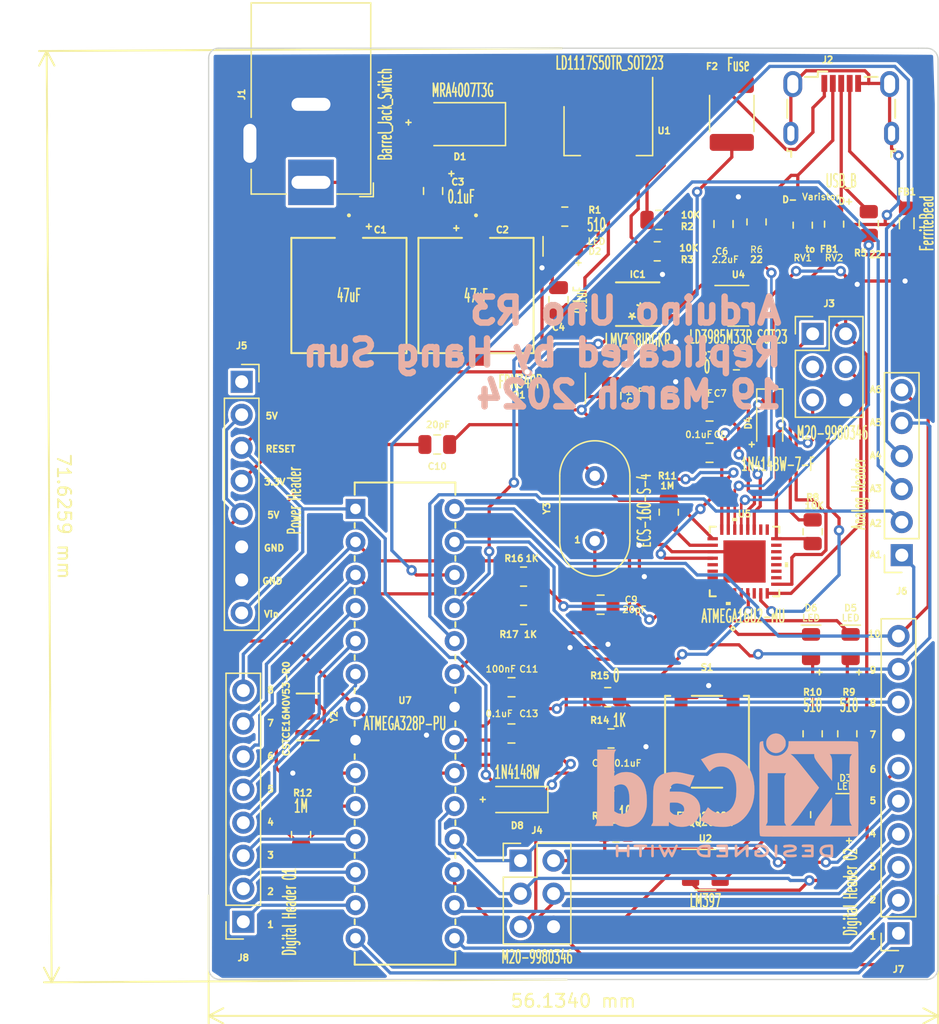
<source format=kicad_pcb>
(kicad_pcb (version 20221018) (generator pcbnew)
  (layers (0 "F.Cu" signal) (31 "B.Cu" signal) (34 "B.Paste" user) (35 "F.Paste" user) (36 "B.SilkS" user "B.Silkscreen") (37 "F.SilkS" user "F.Silkscreen") (38 "B.Mask" user) (39 "F.Mask" user) (44 "Edge.Cuts" user))
  (net 0 "")
  (net 1 "GND")
  (net 2 "/ATMEGA16U2/USB_GND")
  (net 3 "Net-(U5-UCAP)")
  (net 4 "Net-(U5-PC0)")
  (net 5 "Net-(U5-XTAL1)")
  (net 6 "/ATMEGA16U2/DTR")
  (net 7 "Net-(C12-Pad2)")
  (net 8 "/ATMEGA328P_subsystem/AREF")
  (net 9 "Net-(D1-A)")
  (net 10 "Net-(D2-A)")
  (net 11 "Net-(D3-A)")
  (net 12 "Net-(D4-A)")
  (net 13 "Net-(D5-K)")
  (net 14 "Net-(D5-A)")
  (net 15 "Net-(D6-K)")
  (net 16 "Net-(D6-A)")
  (net 17 "Net-(J2-VBUS)")
  (net 18 "Net-(J2-Shield)")
  (net 19 "Net-(IC1-OUT)")
  (net 20 "Net-(IC1-1IN+)")
  (net 24 "Net-(J2-D-)")
  (net 25 "Net-(J2-D+)")
  (net 26 "/ATMEGA16U2/ICSP_MISO")
  (net 27 "/ATMEGA16U2/ICSP_SCK")
  (net 28 "/ATMEGA16U2/ICSP_MOSI")
  (net 29 "/ATMEGA328P_subsystem/328P_ICSP_MISO")
  (net 30 "/ATMEGA328P_subsystem/328P_ICSP_MOSI")
  (net 32 "/ATMEGA328P_subsystem/ARD_AN0")
  (net 33 "/ATMEGA328P_subsystem/ARD_AN1")
  (net 34 "/ATMEGA328P_subsystem/ARD_AN2")
  (net 35 "/ATMEGA328P_subsystem/ARD_AN3")
  (net 36 "/ATMEGA328P_subsystem/ARD_AN4{slash}SDA")
  (net 37 "/ATMEGA328P_subsystem/ARD_AN5{slash}SCL")
  (net 38 "/ATMEGA328P_subsystem/ARD_DIG8")
  (net 39 "/ATMEGA328P_subsystem/ARD_DIG9")
  (net 40 "/ATMEGA328P_subsystem/ARD_DIG10{slash}SPI_SS")
  (net 41 "/ATMEGA328P_subsystem/ARD_DIG7")
  (net 42 "/ATMEGA328P_subsystem/ARD_DIG6")
  (net 43 "/ATMEGA328P_subsystem/ARD_DIG5")
  (net 44 "/ATMEGA328P_subsystem/ARD_DIG4")
  (net 45 "/ATMEGA328P_subsystem/ARD_DIG3")
  (net 46 "/ATMEGA328P_subsystem/ARD_DIG2")
  (net 47 "/ATMEGA328P_subsystem/ARD_DIG1")
  (net 48 "/ATMEGA328P_subsystem/ARD_DIG0")
  (net 49 "Net-(U2--)")
  (net 50 "/ATMEGA16U2/USB_RD+")
  (net 51 "/ATMEGA16U2/USB_RD-")
  (net 52 "Net-(U7A-(PCINT7{slash}XTAL2{slash}TOSC2)_PB7)")
  (net 53 "Net-(U7A-(PCINT6{slash}XTAL1{slash}TOSC1)_PB6)")
  (net 54 "/ATMEGA16U2/SERIAL_Rx")
  (net 55 "/ATMEGA16U2/SERIAL_Tx")
  (net 70 "5V_LDO")
  (net 71 "USBVCC")
  (net 72 "Vin")
  (net 73 "3V3_LDO")
  (net 74 "SCK")
  (footprint "SparkFun-Capacitor:C_0805_2012Metric" (layer "F.Cu") (at 171.262 73.66)
    (fp_text reference "C8")
    (fp_text value "0.1uF")
  )
  (footprint "Capac:CAP_71479E3_VIS" (layer "F.Cu") (at 143.51 61.5648 -90)
    (fp_text reference "C1")
    (fp_text value "47uF")
  )
  (footprint "SparkFun-Capacitor:C_0805_2012Metric" (layer "F.Cu") (at 156.017 95.25)
    (fp_text reference "C13")
    (fp_text value "0.1uF")
  )
  (footprint "Connector_PinSocket_2.54mm:PinSocket_1x06_P2.54mm_Vertical" (layer "F.Cu") (at 186.055 81.534 180)
    (fp_text reference "J6")
    (fp_text value "Analog Header")
  )
  (footprint "SparkFun-Capacitor:C_0805_2012Metric" (layer "F.Cu") (at 163.642 98.933)
    (fp_text reference "C12")
    (fp_text value "0.1uF")
  )
  (footprint "SparkFun-Capacitor:C_0805_2012Metric" (layer "F.Cu") (at 150.307 73.025 180)
    (fp_text reference "C10")
    (fp_text value "20pF")
  )
  (footprint "Capacitor_SMD:C_0805_2012Metric" (layer "F.Cu") (at 149.987 53.528 -90)
    (fp_text reference "C3")
    (fp_text value "0.1uF")
  )
  (footprint "SparkFun-Resistor:R_0805_2012Metric" (layer "F.Cu") (at 180.848 56.0775 -90)
    (fp_text reference "RV2")
    (fp_text value "Varistor" hide)
  )
  (footprint "Resonator_1:CSTNE16M0V530000R0_MUR" (layer "F.Cu") (at 140.335 93.98 90)
    (fp_text reference "Y2")
    (fp_text value "CSTCE16M0V53-R0")
  )
  (footprint "Package_TO_SOT_SMD:SOT-23-5" (layer "F.Cu") (at 170.942 105.725)
    (fp_text reference "U2")
    (fp_text value "LM397")
  )
  (footprint "OpAMP:DGK8" (layer "F.Cu") (at 165.735 62.23 180)
    (fp_text reference "IC1")
    (fp_text value "LMV358IDGKR")
  )
  (footprint "SparkFun-Capacitor:C_0805_2012Metric" (layer "F.Cu") (at 172.339 56.068 90)
    (fp_text reference "C6")
    (fp_text value "2.2uF")
  )
  (footprint "Resistor_SMD:R_0805_2012Metric" (layer "F.Cu") (at 160.1235 55.499)
    (fp_text reference "R1")
    (fp_text value "510")
  )
  (footprint "Resistor_SMD:R_0805_2012Metric" (layer "F.Cu") (at 156.9485 86.135 180)
    (fp_text reference "R17")
    (fp_text value "1K")
  )
  (footprint "Resistor_SMD:R_0805_2012Metric" (layer "F.Cu") (at 168.1245 78.232 90)
    (fp_text reference "R11")
    (fp_text value "1M")
  )
  (footprint "Resistor_SMD:R_0805_2012Metric" (layer "F.Cu") (at 167.2355 58.166 180)
    (fp_text reference "R3")
    (fp_text value "10K")
  )
  (footprint "SparkFun-LED:LED_0805_2012Metric" (layer "F.Cu") (at 182.118 88.5675 -90)
    (fp_text reference "D5")
    (fp_text value "LED")
  )
  (footprint "Inductor_SMD:L_0805_2012Metric_Pad1.05x1.20mm_HandSolder" (layer "F.Cu") (at 186.436 56.014 90)
    (fp_text reference "FB1")
    (fp_text value "FerriteBead")
  )
  (footprint "Connector_PinSocket_2.54mm:PinSocket_1x08_P2.54mm_Vertical" (layer "F.Cu") (at 135.382 109.728 180)
    (fp_text reference "J8")
    (fp_text value "Digital Header 01")
  )
  (footprint "Crystal:Resonator-2Pin_W10.0mm_H5.0mm" (layer "F.Cu") (at 162.433 80.438 90)
    (fp_text reference "Y3")
    (fp_text value "ECS-160-S-4")
  )
  (footprint "Resistor_SMD:R_0805_2012Metric" (layer "F.Cu") (at 156.9485 83.185 180)
    (fp_text reference "R16")
    (fp_text value "1K")
  )
  (footprint "Resistor_SMD:R_0805_2012Metric" (layer "F.Cu") (at 163.6795 95.631)
    (fp_text reference "R14")
    (fp_text value "1K")
  )
  (footprint "Resistor_SMD:R_0805_2012Metric" (layer "F.Cu") (at 167.3625 55.753)
    (fp_text reference "R2")
    (fp_text value "10K")
  )
  (footprint "Resistor_SMD:R_0805_2012Metric" (layer "F.Cu") (at 173.3315 66.548)
    (fp_text reference "R7")
    (fp_text value "0")
  )
  (footprint "ATMEGA16U2-MU-1:32M1-A_ATM" (layer "F.Cu") (at 173.953 82.022)
    (fp_text reference "U5")
    (fp_text value "ATMEGA16U2-MU")
  )
  (footprint "Diode_SMD:D_SOD-123" (layer "F.Cu") (at 175.895 71.119 -90)
    (fp_text reference "D4")
    (fp_text value "1N414BW-7-F")
  )
  (footprint "SW:EVQQ2_1_PAN" (layer "F.Cu") (at 171.069 95.885 -90)
    (fp_text reference "S1")
    (fp_text value "EVQQ2U02W")
  )
  (footprint "Connector_PinHeader_2.54mm:PinHeader_2x03_P2.54mm_Vertical" (layer "F.Cu") (at 179.197 64.516)
    (fp_text reference "J3")
    (fp_text value "M20-9980346")
  )
  (footprint "Capac:CAP_71479E3_VIS" (layer "F.Cu") (at 153.289 61.5648 -90)
    (fp_text reference "C2")
    (fp_text value "47uF")
  )
  (footprint "SparkFun-Capacitor:C_0805_2012Metric" (layer "F.Cu") (at 163.703 69.276 -90)
    (fp_text reference "C5")
    (fp_text value "1uF")
  )
  (footprint "ATMEGA328P:28P3_ATM" (layer "F.Cu") (at 144.018 77.978)
    (fp_text reference "U7")
    (fp_text value "ATMEGA328P-PU")
  )
  (footprint "SparkFun-LED:LED_0805_2012Metric" (layer "F.Cu") (at 160.0985 57.785)
    (fp_text reference "D2")
    (fp_text value "LED")
  )
  (footprint "Connector_USB:USB_Micro-B_Wuerth_629105150521" (layer "F.Cu") (at 181.396 47.155)
    (fp_text reference "J2")
    (fp_text value "USB_B")
  )
  (footprint "SparkFun-LED:LED_0805_2012Metric" (layer "F.Cu") (at 181.737 101.5215 -90)
    (fp_text reference "D3")
    (fp_text value "LED")
  )
  (footprint "SparkFun-Capacitor:C_0805_2012Metric" (layer "F.Cu") (at 156.022 91.694)
    (fp_text reference "C11")
    (fp_text value "100nF")
  )
  (footprint "Package_TO_SOT_SMD:SOT-23-5" (layer "F.Cu") (at 173.482 62.357)
    (fp_text reference "U4")
    (fp_text value "LD3985M33R_SOT23")
  )
  (footprint "Fuse:Fuse_1812_4532Metric_Pad1.30x3.40mm_HandSolder" (layer "F.Cu") (at 172.974 47.564 -90)
    (fp_text reference "F2")
    (fp_text value "Fuse")
  )
  (footprint "Diode_SMD:D_SOD-123" (layer "F.Cu") (at 156.464 100.33 180)
    (fp_text reference "D8")
    (fp_text value "1N4148W")
  )
  (footprint "Resistor_SMD:R_0805_2012Metric" (layer "F.Cu") (at 183.515 56.0305 -90)
    (fp_text reference "R5")
    (fp_text value "22")
  )
  (footprint "Connector_PinHeader_2.54mm:PinHeader_2x03_P2.54mm_Vertical" (layer "F.Cu") (at 156.718 105.029)
    (fp_text reference "J4")
    (fp_text value "M20-9980346")
  )
  (footprint "Resistor_SMD:R_0805_2012Metric" (layer "F.Cu") (at 181.864 95.2735 90)
    (fp_text reference "R9")
    (fp_text value "510")
  )
  (footprint "SparkFun-LED:LED_0805_2012Metric" (layer "F.Cu") (at 179.07 88.5675 -90)
    (fp_text reference "D6")
    (fp_text value "LED")
  )
  (footprint "Package_TO_SOT_SMD:SOT-23" (layer "F.Cu") (at 160.147 69.215 -90)
    (fp_text reference "Q1")
    (fp_text value "FDN340P")
  )
  (footprint "Connector_BarrelJack:BarrelJack_Horizontal" (layer "F.Cu") (at 140.589 52.863 -90)
    (fp_text reference "J1")
    (fp_text value "Barrel_Jack_Switch")
  )
  (footprint "Connector_PinSocket_2.54mm:PinSocket_1x08_P2.54mm_Vertical" (layer "F.Cu") (at 135.255 68.199)
    (fp_text reference "J5")
    (fp_text value "Power Header")
  )
  (footprint "Resistor_SMD:R_0805_2012Metric" (layer "F.Cu") (at 163.4255 92.456)
    (fp_text reference "R15")
    (fp_text value "0")
  )
  (footprint "Resistor_SMD:R_0805_2012Metric" (layer "F.Cu") (at 174.879 55.9035 -90)
    (fp_text reference "R6" hide)
    (fp_text value "22")
  )
  (footprint "SparkFun-Resistor:R_0805_2012Metric" (layer "F.Cu") (at 178.435 56.1575 -90)
    (fp_text reference "RV1")
    (fp_text value "Varistor")
  )
  (footprint "SparkFun-Capacitor:C_0805_2012Metric" (layer "F.Cu") (at 171.262 70.485)
    (fp_text reference "C7")
    (fp_text value "1uF")
  )
  (footprint "Resistor_SMD:R_0805_2012Metric" (layer "F.Cu") (at 179.197 95.2735 90)
    (fp_text reference "R10")
    (fp_text value "510")
  )
  (footprint "Resistor_SMD:R_0805_2012Metric" (layer "F.Cu") (at 139.827 103.0205 90)
    (fp_text reference "R12")
    (fp_text value "1M")
  )
  (footprint "Resistor_SMD:R_0805_2012Metric" (layer "F.Cu") (at 164.0605 102.87)
    (fp_text reference "R13")
    (fp_text value "10k")
  )
  (footprint "Connector_PinSocket_2.54mm:PinSocket_1x10_P2.54mm_Vertical" (layer "F.Cu") (at 185.801 110.617 180)
    (fp_text reference "J7")
    (fp_text value "Digital Header 02")
  )
  (footprint "Resistor_SMD:R_0805_2012Metric" (layer "F.Cu") (at 179.197 79.7325 -90)
    (fp_text reference "R8")
    (fp_text value "10K")
  )
  (footprint "Package_TO_SOT_SMD:SOT-223-3_TabPin2" (layer "F.Cu") (at 163.474 48.895 -90)
    (fp_text reference "U1")
    (fp_text value "LD1117S50TR_SOT223")
  )
  (footprint "Diode_SMD:D_SMA" (layer "F.Cu") (at 152.051 48.387 180)
    (fp_text reference "D1")
    (fp_text value "MRA4007T3G")
  )
  (footprint "SparkFun-Capacitor:C_0805_2012Metric" (layer "F.Cu") (at 162.88 85.344)
    (fp_text reference "C9")
    (fp_text value "20pF")
  )
  (footprint "Resistor_SMD:R_0805_2012Metric" (layer "F.Cu") (at 178.308 101.4965 -90)
    (fp_text reference "R4")
    (fp_text value "510")
  )
  (footprint "Capacitor_SMD:C_0805_2012Metric" (layer "F.Cu") (at 159.639 61.91 90)
    (fp_text reference "C4")
    (fp_text value "0.1uF")
  )
  (footprint "Symbol:KiCad-Logo2_8mm_SilkScreen" (layer "B.Cu") (at 172.593 99.187 180)
    (fp_text reference "REF**" hide)
    (fp_text value "KiCad-Logo2_8mm_SilkScreen" hide)
  )
  (gr_line (start 188.84587 43.404653) (end 188.84587 113.313347) (stroke (width 0.1)) (layer "Edge.Cuts"))
  (gr_line (start 133.477 42.545) (end 187.325 42.545) (stroke (width 0.1)) (layer "Edge.Cuts"))
  (gr_line (start 132.71813 113.313347) (end 132.715 43.307) (stroke (width 0.1)) (layer "Edge.Cuts"))
  (gr_line (start 187.989347 114.16987) (end 133.574653 114.16987) (stroke (width 0.1)) (layer "Edge.Cuts"))
  (gr_line (start 187.325 42.545) (end 187.989347 42.54813) (stroke (width 0.1)) (layer "Edge.Cuts"))
  (gr_arc (start 188.84587 113.313347) (mid 188.595 113.919) (end 187.989347 114.16987) (stroke (width 0.1)) (layer "Edge.Cuts"))
  (gr_arc (start 133.574653 114.16987) (mid 132.969 113.919) (end 132.71813 113.313347) (stroke (width 0.1)) (layer "Edge.Cuts"))
  (gr_arc (start 187.989347 42.54813) (mid 188.595 42.799) (end 188.84587 43.404653) (stroke (width 0.1)) (layer "Edge.Cuts"))
  (gr_arc (start 132.715 43.307) (mid 132.938185 42.768185) (end 133.477 42.545) (stroke (width 0.1)) (layer "Edge.Cuts"))
  (gr_text "Arduino Uno R3\nReplicated by Hang Sun\n19 March 2024" (at 177.038 70.358) (layer "B.SilkS") (effects (font (size 2 2) (thickness 0.5) bold) (justify left bottom mirror)))
  (gr_text "2" (at 137.16 107.696) (layer "F.SilkS") (effects (font (size 0.5 0.5) (thickness 0.125)) (justify left bottom)))
  (gr_text "6" (at 183.515 98.298) (layer "F.SilkS") (effects (font (size 0.5 0.5) (thickness 0.125)) (justify left bottom)))
  (gr_text "5" (at 183.515 100.711) (layer "F.SilkS") (effects (font (size 0.5 0.5) (thickness 0.125)) (justify left bottom)))
  (gr_text "+" (at 147.701 48.514) (layer "F.SilkS") (effects (font (size 0.5 0.5) (thickness 0.125) bold) (justify left bottom)))
  (gr_text "+" (at 151.003 52.451) (layer "F.SilkS") (effects (font (size 0.5 0.5) (thickness 0.125) bold) (justify left bottom)))
  (gr_text "+" (at 179.324 90.805) (layer "F.SilkS") (effects (font (size 0.5 0.5) (thickness 0.125) bold) (justify left bottom)))
  (gr_text "8" (at 137.16 92.202) (layer "F.SilkS") (effects (font (size 0.5 0.5) (thickness 0.125)) (justify left bottom)))
  (gr_text "3" (at 137.16 104.902) (layer "F.SilkS") (effects (font (size 0.5 0.5) (thickness 0.125)) (justify left bottom)))
  (gr_text "3.3V" (at 136.906 76.2) (layer "F.SilkS") (effects (font (size 0.5 0.5) (thickness 0.125) bold) (justify left bottom)))
  (gr_text "to FB1" (at 178.562 58.293) (layer "F.SilkS") (effects (font (size 0.5 0.5) (thickness 0.125) bold) (justify left bottom)))
  (gr_text "7" (at 137.16 94.742) (layer "F.SilkS") (effects (font (size 0.5 0.5) (thickness 0.125)) (justify left bottom)))
  (gr_text "+" (at 182.372 90.805) (layer "F.SilkS") (effects (font (size 0.5 0.5) (thickness 0.125) bold) (justify left bottom)))
  (gr_text "A5" (at 183.515 71.628) (layer "F.SilkS") (effects (font (size 0.5 0.5) (thickness 0.125)) (justify left bottom)))
  (gr_text "+" (at 174.117 73.279) (layer "F.SilkS") (effects (font (size 0.5 0.5) (thickness 0.125) bold) (justify left bottom)))
  (gr_text "+" (at 151.384 56.642) (layer "F.SilkS") (effects (font (size 0.5 0.5) (thickness 0.125) bold) (justify left bottom)))
  (gr_text "5V" (at 137.033 71.12) (layer "F.SilkS") (effects (font (size 0.5 0.5) (thickness 0.125) bold) (justify left bottom)))
  (gr_text "A2" (at 183.515 79.375) (layer "F.SilkS") (effects (font (size 0.5 0.5) (thickness 0.125)) (justify left bottom)))
  (gr_text "D-" (at 176.784 54.483) (layer "F.SilkS") (effects (font (size 0.5 0.5) (thickness 0.125) bold) (justify left bottom)))
  (gr_text "+" (at 144.653 56.515) (layer "F.SilkS") (effects (font (size 0.5 0.5) (thickness 0.125) bold) (justify left bottom)))
  (gr_text "8" (at 183.515 93.218) (layer "F.SilkS") (effects (font (size 0.5 0.5) (thickness 0.125)) (justify left bottom)))
  (gr_text "RESET" (at 137.033 73.66) (layer "F.SilkS") (effects (font (size 0.5 0.5) (thickness 0.125) bold) (justify left bottom)))
  (gr_text "A1" (at 183.515 81.788) (layer "F.SilkS") (effects (font (size 0.5 0.5) (thickness 0.125)) (justify left bottom)))
  (gr_text "7" (at 183.515 95.631) (layer "F.SilkS") (effects (font (size 0.5 0.5) (thickness 0.125)) (justify left bottom)))
  (gr_text "GND" (at 136.779 83.82) (layer "F.SilkS") (effects (font (size 0.5 0.5) (thickness 0.125) bold) (justify left bottom)))
  (gr_text "5V" (at 137.16 78.74) (layer "F.SilkS") (effects (font (size 0.5 0.5) (thickness 0.125) bold) (justify left bottom)))
  (gr_text "4" (at 183.515 103.251) (layer "F.SilkS") (effects (font (size 0.5 0.5) (thickness 0.125)) (justify left bottom)))
  (gr_text "1" (at 160.782 80.645) (layer "F.SilkS") (effects (font (size 0.5 0.5) (thickness 0.125) bold) (justify left bottom)))
  (gr_text "+" (at 181.61 103.759) (layer "F.SilkS") (effects (font (size 0.5 0.5) (thickness 0.125) bold) (justify left bottom)))
  (gr_text "Vin" (at 136.906 86.36) (layer "F.SilkS") (effects (font (size 0.5 0.5) (thickness 0.125) bold) (justify left bottom)))
  (gr_text "5" (at 137.16 99.822) (layer "F.SilkS") (effects (font (size 0.5 0.5) (thickness 0.125)) (justify left bottom)))
  (gr_text "9" (at 183.515 90.678) (layer "F.SilkS") (effects (font (size 0.5 0.5) (thickness 0.125)) (justify left bottom)))
  (gr_text "1" (at 137.16 110.236) (layer "F.SilkS") (effects (font (size 0.5 0.5) (thickness 0.125)) (justify left bottom)))
  (gr_text "D+" (at 181.102 54.61) (layer "F.SilkS") (effects (font (size 0.5 0.5) (thickness 0.125) bold) (justify left bottom)))
  (gr_text "4" (at 137.16 102.362) (layer "F.SilkS") (effects (font (size 0.5 0.5) (thickness 0.125)) (justify left bottom)))
  (gr_text "+" (at 153.416 100.584) (layer "F.SilkS") (effects (font (size 0.5 0.5) (thickness 0.125) bold) (justify left bottom)))
  (gr_text "6" (at 137.16 97.282) (layer "F.SilkS") (effects (font (size 0.5 0.5) (thickness 0.125)) (justify left bottom)))
  (gr_text "+" (at 160.782 59.309) (layer "F.SilkS") (effects (font (size 0.5 0.5) (thickness 0.125) bold) (justify left bottom)))
  (gr_text "1" (at 183.515 111.125) (layer "F.SilkS") (effects (font (size 0.5 0.5) (thickness 0.125)) (justify left bottom)))
  (gr_text "A3" (at 183.515 76.708) (layer "F.SilkS") (effects (font (size 0.5 0.5) (thickness 0.125)) (justify left bottom)))
  (gr_text "10" (at 183.388 87.884) (layer "F.SilkS") (effects (font (size 0.5 0.5) (thickness 0.125)) (justify left bottom)))
  (gr_text "GND" (at 136.906 81.28) (layer "F.SilkS") (effects (font (size 0.5 0.5) (thickness 0.125) bold) (justify left bottom)))
  (gr_text "A6" (at 183.515 69.088) (layer "F.SilkS") (effects (font (size 0.5 0.5) (thickness 0.125)) (justify left bottom)))
  (gr_text "3" (at 183.515 105.791) (layer "F.SilkS") (effects (font (size 0.5 0.5) (thickness 0.125)) (justify left bottom)))
  (gr_text "A4" (at 183.515 74.168) (layer "F.SilkS") (effects (font (size 0.5 0.5) (thickness 0.125)) (justify left bottom)))
  (gr_text "2" (at 183.515 108.331) (layer "F.SilkS") (effects (font (size 0.5 0.5) (thickness 0.125)) (justify left bottom)))
  (dimension (type aligned) (layer "F.SilkS") (pts (xy 132.715 107.188) (xy 188.849 107.188)) (height 9.779) (gr_text "56.1340 mm" (at 160.782 115.817) (layer "F.SilkS") (effects (font (size 1 1) (thickness 0.15)))) (format (prefix "") (suffix "") (units 3) (units_format 1) (precision 4)) (style (thickness 0.15) (arrow_length 1.27) (text_position_mode 0) (extension_height 0.58642) (extension_offset 0.5) keep_text_aligned))
  (dimension (type aligned) (layer "F.SilkS") (pts (xy 160.782 114.16987) (xy 160.401 42.545)) (height -40.14998) (gr_text "71.6259 mm" (at 121.592072 78.564888 -89.69522477) (layer "F.SilkS") (effects (font (size 1 1) (thickness 0.15)))) (format (prefix "") (suffix "") (units 3) (units_format 1) (precision 4)) (style (thickness 0.15) (arrow_length 1.27) (text_position_mode 0) (extension_height 0.58642) (extension_offset 0.5) keep_text_aligned))
  (segment (start 169.166249 65.151) (end 168.656 65.151) (width 0.25) (layer "F.Cu") (net 1))
  (segment (start 168.468 105.725) (end 164.084 110.109) (width 0.25) (layer "F.Cu") (net 1))
  (segment (start 159.639 60.96) (end 159.161 60.482) (width 0.25) (layer "F.Cu") (net 1))
  (segment (start 164.846 86.868) (end 165.1 86.614) (width 0.25) (layer "F.Cu") (net 1))
  (segment (start 166.116 59.944) (end 167.64 59.944) (width 0.25) (layer "F.Cu") (net 1))
  (segment (start 170.277998 92.485002) (end 171.196 91.567) (width 0.25) (layer "F.Cu") (net 1))
  (segment (start 137.922 97.917) (end 138.303 98.298) (width 0.25) (layer "F.Cu") (net 1))
  (segment (start 168.365804 81.271999) (end 167.813305 80.7195) (width 0.25) (layer "F.Cu") (net 1))
  (segment (start 164.592 95.631) (end 165.735 95.631) (width 0.25) (layer "F.Cu") (net 1))
  (segment (start 150.185 94.671) (end 149.479 95.377) (width 0.25) (layer "F.Cu") (net 1))
  (segment (start 148.209 65.9443) (end 152.543878 65.9443) (width 0.25) (layer "F.Cu") (net 1))
  (segment (start 159.161 57.785) (end 159.161 58.644) (width 0.25) (layer "F.Cu") (net 1))
  (segment (start 164.084 110.109) (end 159.258 110.109) (width 0.25) (layer "F.Cu") (net 1))
  (segment (start 153.995 94.671) (end 150.185 94.671) (width 0.25) (layer "F.Cu") (net 1))
  (segment (start 172.419 66.548) (end 172.334 66.548) (width 0.25) (layer "F.Cu") (net 1))
  (segment (start 148.209 56.256) (end 148.209 65.9443) (width 0.25) (layer "F.Cu") (net 1))
  (segment (start 143.129 73.025) (end 135.255 80.899) (width 0.25) (layer "F.Cu") (net 1))
  (segment (start 153.289 65.0906) (end 153.289 65.675) (width 0.25) (layer "F.Cu") (net 1))
  (segment (start 159.161 59.309) (end 158.496 59.309) (width 0.25) (layer "F.Cu") (net 1))
  (segment (start 143.51 65.0906) (end 143.51 65.199178) (width 0.25) (layer "F.Cu") (net 1))
  (segment (start 165.862 82.804) (end 166.243 83.185) (width 0.25) (layer "F.Cu") (net 1))
  (segment (start 165.735 95.631) (end 166.37 96.266) (width 0.25) (layer "F.Cu") (net 1))
  (segment (start 173.482 53.975) (end 172.339 55.118) (width 0.25) (layer "F.Cu") (net 1))
  (segment (start 166.157001 61.255001) (end 166.116 61.214) (width 0.25) (layer "F.Cu") (net 1))
  (segment (start 137.922 94.8563) (end 137.922 97.917) (width 0.25) (layer "F.Cu") (net 1))
  (segment (start 165.227 55.450327) (end 165.227 57.07) (width 0.25) (layer "F.Cu") (net 1))
  (segment (start 153.5583 65.9443) (end 157.7027 65.9443) (width 0.25) (layer "F.Cu") (net 1))
  (segment (start 173.953 82.022) (end 173.202999 81.271999) (width 0.25) (layer "F.Cu") (net 1))
  (segment (start 158.369 65.278) (end 158.369 59.436) (width 0.25) (layer "F.Cu") (net 1))
  (segment (start 160.528 88.646) (end 163.195 88.646) (width 0.25) (layer "F.Cu") (net 1))
  (segment (start 166.116 59.944) (end 166.116 58.373) (width 0.25) (layer "F.Cu") (net 1))
  (segment (start 187.452 97.028) (end 187.452 112.522) (width 0.25) (layer "F.Cu") (net 1))
  (segment (start 149.357 73.025) (end 143.129 73.025) (width 0.25) (layer "F.Cu") (net 1))
  (segment (start 153.289 65.199178) (end 153.289 65.0906) (width 0.25) (layer "F.Cu") (net 1))
  (segment (start 157.7027 65.9443) (end 158.369 65.278) (width 0.25) (layer "F.Cu") (net 1))
  (segment (start 186.944 113.03) (end 162.179 113.03) (width 0.25) (layer "F.Cu") (net 1))
  (segment (start 138.7983 93.98) (end 137.922 94.8563) (width 0.25) (layer "F.Cu") (net 1))
  (segment (start 181.737 99.441) (end 185.801 95.377) (width 0.25) (layer "F.Cu") (net 1))
  (segment (start 159.161 58.644) (end 158.369 59.436) (width 0.25) (layer "F.Cu") (net 1))
  (segment (start 168.656 70.226) (end 163.703 70.226) (width 0.25) (layer "F.Cu") (net 1))
  (segment (start 167.813305 80.7195) (end 165.9145 80.7195) (width 0.25) (layer "F.Cu") (net 1))
  (segment (start 168.656 70.226) (end 168.656 68.199) (width 0.25) (layer "F.Cu") (net 1))
  (segment (start 172.3445 62.357) (end 171.960249 62.357) (width 0.25) (layer "F.Cu") (net 1))
  (segment (start 171.960249 62.357) (end 169.166249 65.151) (width 0.25) (layer "F.Cu") (net 1))
  (segment (start 165.1 81.534) (end 165.862 80.772) (width 0.25) (layer "F.Cu") (net 1))
  (segment (start 144.255122 65.9443) (end 148.209 65.9443) (width 0.25) (layer "F.Cu") (net 1))
  (segment (start 167.948348 61.255001) (end 166.157001 61.255001) (width 0.25) (layer "F.Cu") (net 1))
  (segment (start 182.88 60.452) (end 182.626 60.706) (width 0.25) (layer "F.Cu") (net 1))
  (segment (start 172.334 66.548) (end 168.656 70.226) (width 0.25) (layer "F.Cu") (net 1))
  (segment (start 166.116 61.214) (end 166.116 59.944) (width 0.25) (layer "F.Cu") (net 1))
  (segment (start 153.995 94.671) (end 156.972 91.694) (width 0.25) (layer "F.Cu") (net 1))
  (segment (start 168.656 72.004) (end 168.656 70.226) (width 0.25) (layer "F.Cu") (net 1))
  (segment (start 153.289 65.675) (end 153.5583 65.9443) (width 0.25) (layer "F.Cu") (net 1))
  (segment (start 143.51 65.199178) (end 144.255122 65.9443) (width 0.25) (layer "F.Cu") (net 1))
  (segment (start 165.862 80.772) (end 165.862 82.804) (width 0.25) (layer "F.Cu") (net 1))
  (segment (start 186.309 60.452) (end 182.88 60.452) (width 0.25) (layer "F.Cu") (net 1))
  (segment (start 165.9145 80.7195) (end 165.862 80.772) (width 0.25) (layer "F.Cu") (net 1))
  (segment (start 150.947 96.845) (end 149.479 95.377) (width 0.25) (layer "F.Cu") (net 1))
  (segment (start 165.1 86.614) (end 165.1 81.534) (width 0.25) (layer "F.Cu") (net 1))
  (segment (start 161.93 85.73) (end 163.068 86.868) (width 0.25) (layer "F.Cu") (net 1))
  (segment (start 170.312 73.66) (end 168.656 72.004) (width 0.25) (layer "F.Cu") (net 1))
  (segment (start 163.195 88.646) (end 163.449 88.392) (width 0.25) (layer "F.Cu") (net 1))
  (segment (start 159.161 60.482) (end 159.161 59.309) (width 0.25) (layer "F.Cu") (net 1))
  (segment (start 173.202999 81.271999) (end 171.503 81.271999) (width 0.25) (layer "F.Cu") (net 1))
  (segment (start 172.114002 92.485002) (end 171.196 91.567) (width 0.25) (layer "F.Cu") (net 1))
  (segment (start 161.93 85.344) (end 161.93 85.73) (width 0.25) (layer "F.Cu") (net 1))
  (segment (start 165.774 45.745) (end 165.774 54.903327) (width 0.25) (layer "F.Cu") (net 1))
  (segment (start 158.496 59.309) (end 158.369 59.436) (width 0.25) (layer "F.Cu") (net 1))
  (segment (start 171.503 81.271999) (end 168.365804 81.271999) (width 0.25) (layer "F.Cu") (net 1))
  (segment (start 169.068999 92.485002) (end 170.277998 92.485002) (width 0.25) (layer "F.Cu") (net 1))
  (segment (start 187.452 112.522) (end 186.944 113.03) (width 0.25) (layer "F.Cu") (net 1))
  (segment (start 149.987 54.478) (end 148.209 56.256) (width 0.25) (layer "F.Cu") (net 1))
  (segment (start 165.774 54.903327) (end 165.227 55.450327) (width 0.25) (layer "F.Cu") (net 1))
  (segment (start 181.737 100.584) (end 181.737 99.441) (width 0.25) (layer "F.Cu") (net 1))
  (segment (start 140.335 93.98) (end 138.7983 93.98) (width 0.25) (layer "F.Cu") (net 1))
  (segment (start 138.303 98.298) (end 139.192 98.298) (width 0.25) (layer "F.Cu") (net 1))
  (segment (start 156.967 95.25) (end 155.372 96.845) (width 0.25) (layer "F.Cu") (net 1))
  (segment (start 162.179 113.03) (end 159.258 110.109) (width 0.25) (layer "F.Cu") (net 1))
  (segment (start 152.543878 65.9443) (end 153.289 65.199178) (width 0.25) (layer "F.Cu") (net 1))
  (segment (start 166.116 58.373) (end 166.323 58.166) (width 0.25) (layer "F.Cu") (net 1))
  (segment (start 163.068 86.868) (end 164.846 86.868) (width 0.25) (layer "F.Cu") (net 1))
  (segment (start 165.227 57.07) (end 166.323 58.166) (width 0.25) (layer "F.Cu") (net 1))
  (segment (start 173.069001 92.485002) (end 172.114002 92.485002) (width 0.25) (layer "F.Cu") (net 1))
  (segment (start 155.372 96.845) (end 150.947 96.845) (width 0.25) (layer "F.Cu") (net 1))
  (segment (start 185.801 95.377) (end 187.452 97.028) (width 0.25) (layer "F.Cu") (net 1))
  (segment (start 169.8045 105.725) (end 168.468 105.725) (width 0.25) (layer "F.Cu") (net 1))
  (via (at 168.656 65.151) (size 0.8) (drill 0.4) (layers "F.Cu" "B.Cu") (net 1))
  (via (at 163.449 88.392) (size 0.8) (drill 0.4) (layers "F.Cu" "B.Cu") (net 1))
  (via (at 139.192 98.298) (size 0.8) (drill 0.4) (layers "F.Cu" "B.Cu") (net 1))
  (via (at 182.626 60.706) (size 0.8) (drill 0.4) (layers "F.Cu" "B.Cu") (net 1))
  (via (at 165.862 80.772) (size 0.8) (drill 0.4) (layers "F.Cu" "B.Cu") (net 1))
  (via (at 173.482 53.975) (size 0.8) (drill 0.4) (layers "F.Cu" "B.Cu") (net 1))
  (via (at 160.528 88.646) (size 0.8) (drill 0.4) (layers "F.Cu" "B.Cu") (net 1))
  (via (at 168.656 68.199) (size 0.8) (drill 0.4) (layers "F.Cu" "B.Cu") (net 1))
  (via (at 186.309 60.452) (size 0.8) (drill 0.4) (layers "F.Cu" "B.Cu") (net 1))
  (via (at 166.243 83.185) (size 0.8) (drill 0.4) (layers "F.Cu" "B.Cu") (net 1))
  (via (at 171.196 91.567) (size 0.8) (drill 0.4) (layers "F.Cu" "B.Cu") (net 1))
  (via (at 158.369 59.436) (size 0.8) (drill 0.4) (layers "F.Cu" "B.Cu") (net 1))
  (via (at 167.64 59.944) (size 0.8) (drill 0.4) (layers "F.Cu" "B.Cu") (net 1))
  (via (at 166.37 96.266) (size 0.8) (drill 0.4) (layers "F.Cu" "B.Cu") (net 1))
  (via (at 149.479 95.377) (size 0.8) (drill 0.4) (layers "F.Cu" "B.Cu") (net 1))
  (segment (start 168.656 65.151) (end 168.656 68.199) (width 0.25) (layer "B.Cu") (net 1))
  (segment (start 174.244 76.5555) (end 174.290305 76.5555) (width 0.25) (layer "F.Cu") (net 2))
  (segment (start 180.840751 58.42) (end 176.149 63.111751) (width 0.25) (layer "F.Cu") (net 2))
  (segment (start 186.436 54.864) (end 187.579 56.007) (width 0.25) (layer "F.Cu") (net 2))
  (segment (start 187.579 56.007) (end 187.579 58.42) (width 0.25) (layer "F.Cu") (net 2))
  (segment (start 187.579 58.42) (end 180.840751 58.42) (width 0.25) (layer "F.Cu") (net 2))
  (segment (start 174.203 78.092805) (end 174.203 79.572) (width 0.25) (layer "F.Cu") (net 2))
  (segment (start 174.290305 76.5555) (end 174.715 76.980195) (width 0.25) (layer "F.Cu") (net 2))
  (segment (start 174.244 66.553) (end 170.312 70.485) (width 0.25) (layer "F.Cu") (net 2))
  (segment (start 174.715 77.580805) (end 174.203 78.092805) (width 0.25) (layer "F.Cu") (net 2))
  (segment (start 182.046 50.474) (end 186.436 54.864) (width 0.25) (layer "F.Cu") (net 2))
  (segment (start 174.715 76.980195) (end 174.715 77.580805) (width 0.25) (layer "F.Cu") (net 2))
  (segment (start 176.149 63.111751) (end 176.149 64.643) (width 0.25) (layer "F.Cu") (net 2))
  (segment (start 182.046 45.255) (end 182.046 50.474) (width 0.25) (layer "F.Cu") (net 2))
  (segment (start 174.244 66.548) (end 174.244 76.5555) (width 0.25) (layer "F.Cu") (net 2))
  (segment (start 174.244 66.548) (end 174.244 66.553) (width 0.25) (layer "F.Cu") (net 2))
  (segment (start 176.149 64.643) (end 174.244 66.548) (width 0.25) (layer "F.Cu") (net 2))
  (segment (start 172.212 70.485) (end 173.5195 71.7925) (width 0.25) (layer "F.Cu") (net 3))
  (segment (start 174.703001 78.2292) (end 174.703001 79.572) (width 0.25) (layer "F.Cu") (net 3))
  (segment (start 175.165 75.5075) (end 175.165 77.767201) (width 0.25) (layer "F.Cu") (net 3))
  (segment (start 174.9685 75.311) (end 175.165 75.5075) (width 0.25) (layer "F.Cu") (net 3))
  (segment (start 173.5195 71.7925) (end 173.5195 73.787) (width 0.25) (layer "F.Cu") (net 3))
  (segment (start 175.165 77.767201) (end 174.703001 78.2292) (width 0.25) (layer "F.Cu") (net 3))
  (via (at 173.5195 73.787) (size 0.8) (drill 0.4) (layers "F.Cu" "B.Cu") (net 3))
  (via (at 174.9685 75.311) (size 0.8) (drill 0.4) (layers "F.Cu" "B.Cu") (net 3))
  (segment (start 173.5195 73.862) (end 174.9685 75.311) (width 0.25) (layer "B.Cu") (net 3))
  (segment (start 168.1245 79.1445) (end 163.7265 79.1445) (width 0.25) (layer "F.Cu") (net 4))
  (segment (start 169.752 80.772) (end 168.1245 79.1445) (width 0.25) (layer "F.Cu") (net 4))
  (segment (start 162.433 83.947) (end 163.83 85.344) (width 0.25) (layer "F.Cu") (net 4))
  (segment (start 171.503 80.772) (end 169.752 80.772) (width 0.25) (layer "F.Cu") (net 4))
  (segment (start 162.433 80.438) (end 162.433 83.947) (width 0.25) (layer "F.Cu") (net 4))
  (segment (start 163.7265 79.1445) (end 162.433 80.438) (width 0.25) (layer "F.Cu") (net 4))
  (segment (start 158.496 71.501) (end 152.781 71.501) (width 0.25) (layer "F.Cu") (net 5))
  (segment (start 164.3145 77.3195) (end 162.433 75.438) (width 0.25) (layer "F.Cu") (net 5))
  (segment (start 171.503 80.272001) (end 168.550499 77.3195) (width 0.25) (layer "F.Cu") (net 5))
  (segment (start 162.433 75.438) (end 158.496 71.501) (width 0.25) (layer "F.Cu") (net 5))
  (segment (start 168.1245 77.3195) (end 164.3145 77.3195) (width 0.25) (layer "F.Cu") (net 5))
  (segment (start 168.550499 77.3195) (end 168.1245 77.3195) (width 0.25) (layer "F.Cu") (net 5))
  (segment (start 152.781 71.501) (end 151.257 73.025) (width 0.25) (layer "F.Cu") (net 5))
  (segment (start 161.6755 94.5395) (end 161.6755 91.5625) (width 0.25) (layer "F.Cu") (net 6))
  (segment (start 174.244 85.8525) (end 174.244 84.513) (width 0.25) (layer "F.Cu") (net 6))
  (segment (start 165.227 91.059) (end 167.259 91.059) (width 0.25) (layer "F.Cu") (net 6))
  (segment (start 162.767 95.631) (end 161.6755 94.5395) (width 0.25) (layer "F.Cu") (net 6))
  (segment (start 174.244 84.513) (end 174.203 84.472) (width 0.25) (layer "F.Cu") (net 6))
  (segment (start 167.259 91.059) (end 169.164 89.154) (width 0.25) (layer "F.Cu") (net 6))
  (segment (start 161.6755 91.5625) (end 162.179 91.059) (width 0.25) (layer "F.Cu") (net 6))
  (segment (start 162.179 91.059) (end 165.227 91.059) (width 0.25) (layer "F.Cu") (net 6))
  (segment (start 162.692 95.706) (end 162.767 95.631) (width 0.25) (layer "F.Cu") (net 6))
  (segment (start 162.692 98.933) (end 162.692 95.706) (width 0.25) (layer "F.Cu") (net 6))
  (via (at 174.244 85.8525) (size 0.8) (drill 0.4) (layers "F.Cu" "B.Cu") (net 6))
  (via (at 169.164 89.154) (size 0.8) (drill 0.4) (layers "F.Cu" "B.Cu") (net 6))
  (segment (start 169.164 89.154) (end 171.069 89.154) (width 0.25) (layer "B.Cu") (net 6))
  (segment (start 174.244 85.979) (end 174.244 85.8525) (width 0.25) (layer "B.Cu") (net 6))
  (segment (start 171.069 89.154) (end 174.244 85.979) (width 0.25) (layer "B.Cu") (net 6))
  (segment (start 163.6045 93.5475) (end 163.6045 97.9455) (width 0.25) (layer "F.Cu") (net 7))
  (segment (start 163.6045 97.9455) (end 164.592 98.933) (width 0.25) (layer "F.Cu") (net 7))
  (segment (start 162.513 92.456) (end 163.6045 93.5475) (width 0.25) (layer "F.Cu") (net 7))
  (segment (start 156.972 93.345) (end 155.067 95.25) (width 0.25) (layer "F.Cu") (net 8))
  (segment (start 159.512 93.345) (end 156.972 93.345) (width 0.25) (layer "F.Cu") (net 8))
  (segment (start 154.559 95.758) (end 151.638 95.758) (width 0.25) (layer "F.Cu") (net 8))
  (segment (start 155.067 95.25) (end 154.559 95.758) (width 0.25) (layer "F.Cu") (net 8))
  (via (at 159.512 93.345) (size 0.8) (drill 0.4) (layers "F.Cu" "B.Cu") (net 8))
  (segment (start 160.02 92.837) (end 159.512 93.345) (width 0.25) (layer "B.Cu") (net 8))
  (segment (start 185.801 92.837) (end 160.02 92.837) (width 0.25) (layer "B.Cu") (net 8))
  (segment (start 140.589 52.863) (end 145.575 52.863) (width 0.25) (layer "F.Cu") (net 9))
  (segment (start 145.575 52.863) (end 150.051 48.387) (width 0.25) (layer "F.Cu") (net 9))
  (segment (start 161.036 55.499) (end 161.925 55.499) (width 0.25) (layer "F.Cu") (net 10))
  (segment (start 161.925 55.499) (end 162.687 56.261) (width 0.25) (layer "F.Cu") (net 10))
  (segment (start 162.687 56.261) (end 162.687 57.277) (width 0.25) (layer "F.Cu") (net 10))
  (segment (start 162.687 57.277) (end 162.179 57.785) (width 0.25) (layer "F.Cu") (net 10))
  (segment (start 162.179 57.785) (end 161.036 57.785) (width 0.25) (layer "F.Cu") (net 10))
  (segment (start 178.308 102.409) (end 178.358 102.459) (width 0.25) (layer "F.Cu") (net 11))
  (segment (start 178.358 102.459) (end 181.737 102.459) (width 0.25) (layer "F.Cu") (net 11))
  (segment (start 178.943 72.898) (end 178.816 72.898) (width 0.25) (layer "F.Cu") (net 12))
  (segment (start 176.7525 71.501) (end 176.7525 71.9115) (width 0.25) (layer "F.Cu") (net 12))
  (segment (start 176.7525 71.9115) (end 175.895 72.769) (width 0.25) (layer "F.Cu") (net 12))
  (segment (start 176.403 80.272001) (end 178.824001 80.272001) (width 0.25) (layer "F.Cu") (net 12))
  (segment (start 179.197 72.644) (end 178.943 72.898) (width 0.25) (layer "F.Cu") (net 12))
  (segment (start 176.403 80.272001) (end 176.403 73.277) (width 0.25) (layer "F.Cu") (net 12))
  (segment (start 178.824001 80.272001) (end 179.197 80.645) (width 0.25) (layer "F.Cu") (net 12))
  (segment (start 179.197 69.596) (end 179.197 72.644) (width 0.25) (layer "F.Cu") (net 12))
  (segment (start 176.403 73.277) (end 175.895 72.769) (width 0.25) (layer "F.Cu") (net 12))
  (via (at 176.7525 71.501) (size 0.8) (drill 0.4) (layers "F.Cu" "B.Cu") (net 12))
  (via (at 178.816 72.898) (size 0.8) (drill 0.4) (layers "F.Cu" "B.Cu") (net 12))
  (segment (start 178.816 72.898) (end 178.1495 72.898) (width 0.25) (layer "B.Cu") (net 12))
  (segment (start 178.1495 72.898) (end 176.7525 71.501) (width 0.25) (layer "B.Cu") (net 12))
  (segment (start 181.065 86.577) (end 173.202999 86.577) (width 0.25) (layer "F.Cu") (net 13))
  (segment (start 173.202999 86.577) (end 173.202999 84.472) (width 0.25) (layer "F.Cu") (net 13))
  (segment (start 182.118 87.63) (end 181.065 86.577) (width 0.25) (layer "F.Cu") (net 13))
  (segment (start 181.864 89.759) (end 182.118 89.505) (width 0.25) (layer "F.Cu") (net 14))
  (segment (start 181.864 94.361) (end 181.864 89.759) (width 0.25) (layer "F.Cu") (net 14))
  (segment (start 172.703 86.851) (end 172.703 84.472) (width 0.25) (layer "F.Cu") (net 15))
  (segment (start 173.482 87.63) (end 172.703 86.851) (width 0.25) (layer "F.Cu") (net 15))
  (segment (start 179.07 87.63) (end 173.482 87.63) (width 0.25) (layer "F.Cu") (net 15))
  (segment (start 179.197 94.361) (end 179.197 89.632) (width 0.25) (layer "F.Cu") (net 16))
  (segment (start 179.197 89.632) (end 179.07 89.505) (width 0.25) (layer "F.Cu") (net 16))
  (segment (start 172.974 46.155792) (end 172.974 45.339) (width 0.25) (layer "F.Cu") (net 17))
  (segment (start 179.217016 47.13) (end 179.217016 49.006776) (width 0.25) (layer "F.Cu") (net 17))
  (segment (start 177.893792 50.33) (end 177.148208 50.33) (width 0.25) (layer "F.Cu") (net 17))
  (segment (start 180.096 45.255) (end 180.096 46.251016) (width 0.25) (layer "F.Cu") (net 17))
  (segment (start 179.217016 49.006776) (end 177.893792 50.33) (width 0.25) (layer "F.Cu") (net 17))
  (segment (start 177.148208 50.33) (end 172.974 46.155792) (width 0.25) (layer "F.Cu") (net 17))
  (segment (start 180.096 46.251016) (end 179.217016 47.13) (width 0.25) (layer "F.Cu") (net 17))
  (segment (start 183.515 45.255) (end 183.515 44.577) (width 0.25) (layer "F.Cu") (net 18))
  (segment (start 183.515 45.255) (end 185.071 45.255) (width 0.25) (layer "F.Cu") (net 18))
  (segment (start 183.218 44.28) (end 178.696 44.28) (width 0.25) (layer "F.Cu") (net 18))
  (segment (start 185.3775 56.1055) (end 186.436 57.164) (width 0.25) (layer "F.Cu") (net 18))
  (segment (start 183.515 44.577) (end 183.218 44.28) (width 0.25) (layer "F.Cu") (net 18))
  (segment (start 177.521 49.105) (end 177.521 45.455) (width 0.25) (layer "F.Cu") (net 18))
  (segment (start 185.071 45.255) (end 185.121 45.305) (width 0.25) (layer "F.Cu") (net 18))
  (segment (start 178.696 44.28) (end 177.671 45.305) (width 0.25) (layer "F.Cu") (net 18))
  (segment (start 178.435 57.07) (end 179.705 57.07) (width 0.25) (layer "F.Cu") (net 18))
  (segment (start 182.696 45.255) (end 183.515 45.255) (width 0.25) (layer "F.Cu") (net 18))
  (segment (start 179.705 57.07) (end 179.705 56.642) (width 0.25) (layer "F.Cu") (net 18))
  (segment (start 179.705 57.07) (end 180.768 57.07) (width 0.25) (layer "F.Cu") (net 18))
  (segment (start 177.521 45.455) (end 177.671 45.305) (width 0.25) (layer "F.Cu") (net 18))
  (segment (start 179.705 56.642) (end 180.2415 56.1055) (width 0.25) (layer "F.Cu") (net 18))
  (segment (start 184.912 55.372) (end 184.785 55.499) (width 0.25) (layer "F.Cu") (net 18))
  (segment (start 185.121 45.305) (end 185.121 48.955) (width 0.25) (layer "F.Cu") (net 18))
  (segment (start 184.785 56.1055) (end 185.3775 56.1055) (width 0.25) (layer "F.Cu") (net 18))
  (segment (start 184.785 55.499) (end 184.785 56.1055) (width 0.25) (layer "F.Cu") (net 18))
  (segment (start 185.271 50.27) (end 185.801 50.8) (width 0.25) (layer "F.Cu") (net 18))
  (segment (start 185.271 49.105) (end 185.271 50.27) (width 0.25) (layer "F.Cu") (net 18))
  (segment (start 180.2415 56.1055) (end 184.785 56.1055) (width 0.25) (layer "F.Cu") (net 18))
  (segment (start 185.121 48.955) (end 185.271 49.105) (width 0.25) (layer "F.Cu") (net 18))
  (segment (start 180.768 57.07) (end 180.848 56.99) (width 0.25) (layer "F.Cu") (net 18))
  (via (at 184.912 55.372) (size 0.8) (drill 0.4) (layers "F.Cu" "B.Cu") (net 18))
  (via (at 185.801 50.8) (size 0.8) (drill 0.4) (layers "F.Cu" "B.Cu") (net 18))
  (segment (start 185.801 54.483) (end 184.912 55.372) (width 0.25) (layer "B.Cu") (net 18))
  (segment (start 185.801 50.8) (end 185.801 54.483) (width 0.25) (layer "B.Cu") (net 18))
  (segment (start 167.948348 63.204999) (end 166.169501 63.204999) (width 0.25) (layer "F.Cu") (net 19))
  (segment (start 166.169501 63.204999) (end 161.097 68.2775) (width 0.25) (layer "F.Cu") (net 19))
  (segment (start 168.862297 61.904999) (end 167.948348 61.904999) (width 0.25) (layer "F.Cu") (net 20))
  (segment (start 168.275 55.753) (end 169.291 55.753) (width 0.25) (layer "F.Cu") (net 20))
  (segment (start 169.164 57.785) (end 168.783 58.166) (width 0.25) (layer "F.Cu") (net 20))
  (segment (start 168.783 58.166) (end 168.148 58.166) (width 0.25) (layer "F.Cu") (net 20))
  (segment (start 169.799 56.261) (end 169.799 57.15) (width 0.25) (layer "F.Cu") (net 20))
  (segment (start 169.418 57.531) (end 169.164 57.785) (width 0.25) (layer "F.Cu") (net 20))
  (segment (start 169.164 57.785) (end 169.164 61.603296) (width 0.25) (layer "F.Cu") (net 20))
  (segment (start 169.164 61.603296) (end 168.862297 61.904999) (width 0.25) (layer "F.Cu") (net 20))
  (segment (start 169.799 57.15) (end 169.418 57.531) (width 0.25) (layer "F.Cu") (net 20))
  (segment (start 169.291 55.753) (end 169.799 56.261) (width 0.25) (layer "F.Cu") (net 20))
  (segment (start 178.054 54.864) (end 178.435 55.245) (width 0.25) (layer "F.Cu") (net 24))
  (segment (start 180.746 49.632) (end 178.054 52.324) (width 0.25) (layer "F.Cu") (net 24))
  (segment (start 178.054 52.324) (end 178.054 54.864) (width 0.25) (layer "F.Cu") (net 24))
  (segment (start 178.054 52.324) (end 177.546 52.324) (width 0.25) (layer "F.Cu") (net 24))
  (segment (start 180.746 45.255) (end 180.746 49.632) (width 0.25) (layer "F.Cu") (net 24))
  (segment (start 177.546 52.324) (end 174.879 54.991) (width 0.25) (layer "F.Cu") (net 24))
  (segment (start 181.396 52.999) (end 181.396 54.617) (width 0.25) (layer "F.Cu") (net 25))
  (segment (start 181.396 52.999) (end 183.515 55.118) (width 0.25) (layer "F.Cu") (net 25))
  (segment (start 181.396 54.617) (end 180.848 55.165) (width 0.25) (layer "F.Cu") (net 25))
  (segment (start 181.396 45.255) (end 181.396 52.999) (width 0.25) (layer "F.Cu") (net 25))
  (segment (start 177.038 66.675) (end 177.038 69.975604) (width 0.25) (layer "F.Cu") (net 26))
  (segment (start 179.197 64.516) (end 177.038 66.675) (width 0.25) (layer "F.Cu") (net 26))
  (segment (start 179.187673 77.285) (end 180.222 78.319327) (width 0.25) (layer "F.Cu") (net 26))
  (segment (start 177.927 77.285) (end 179.187673 77.285) (width 0.25) (layer "F.Cu") (net 26))
  (segment (start 179.885173 81.4825) (end 177.835173 81.4825) (width 0.25) (layer "F.Cu") (net 26))
  (segment (start 177.835173 81.4825) (end 177.595674 81.721999) (width 0.25) (layer "F.Cu") (net 26))
  (segment (start 177.595674 81.721999) (end 177.595674 83.771999) (width 0.25) (layer "F.Cu") (net 26))
  (segment (start 177.927 70.864604) (end 177.927 77.285) (width 0.25) (layer "F.Cu") (net 26))
  (segment (start 180.222 78.319327) (end 180.222 81.145673) (width 0.25) (layer "F.Cu") (net 26))
  (segment (start 177.038 69.975604) (end 177.927 70.864604) (width 0.25) (layer "F.Cu") (net 26))
  (segment (start 180.222 81.145673) (end 179.885173 81.4825) (width 0.25) (layer "F.Cu") (net 26))
  (segment (start 177.595674 83.771999) (end 176.403 83.771999) (width 0.25) (layer "F.Cu") (net 26))
  (segment (start 175.203 85.033) (end 175.203 84.472) (width 0.25) (layer "F.Cu") (net 27))
  (segment (start 176.022 85.852) (end 175.203 85.033) (width 0.25) (layer "F.Cu") (net 27))
  (segment (start 181.229 78.689931) (end 181.229 79.629) (width 0.25) (layer "F.Cu") (net 27))
  (segment (start 180.372 68.231) (end 180.372 77.832931) (width 0.25) (layer "F.Cu") (net 27))
  (segment (start 180.372 77.832931) (end 181.229 78.689931) (width 0.25) (layer "F.Cu") (net 27))
  (segment (start 179.197 67.056) (end 180.372 68.231) (width 0.25) (layer "F.Cu") (net 27))
  (via (at 181.229 79.629) (size 0.8) (drill 0.4) (layers "F.Cu" "B.Cu") (net 27))
  (via (at 176.022 85.852) (size 0.8) (drill 0.4) (layers "F.Cu" "B.Cu") (net 27))
  (segment (start 181.229 83.058) (end 178.435 85.852) (width 0.25) (layer "B.Cu") (net 27))
  (segment (start 181.229 79.629) (end 181.229 83.058) (width 0.25) (layer "B.Cu") (net 27))
  (segment (start 178.435 85.852) (end 176.022 85.852) (width 0.25) (layer "B.Cu") (net 27))
  (segment (start 181.737 67.056) (end 182.912 68.231) (width 0.25) (layer "F.Cu") (net 28))
  (segment (start 182.912 68.231) (end 182.912 79.092069) (width 0.25) (layer "F.Cu") (net 28))
  (segment (start 182.912 79.092069) (end 177.532069 84.472) (width 0.25) (layer "F.Cu") (net 28))
  (segment (start 177.532069 84.472) (end 175.702999 84.472) (width 0.25) (layer "F.Cu") (net 28))
  (segment (start 180.213 105.156) (end 176.53 105.156) (width 0.25) (layer "F.Cu") (net 29))
  (via (at 176.53 105.156) (size 0.8) (drill 0.4) (layers "F.Cu" "B.Cu") (net 29))
  (via (at 180.213 105.156) (size 0.8) (drill 0.4) (layers "F.Cu" "B.Cu") (net 29))
  (segment (start 156.718 105.029) (end 153.289 105.029) (width 0.25) (layer "B.Cu") (net 29))
  (segment (start 185.801 100.457) (end 181.102 105.156) (width 0.25) (layer "B.Cu") (net 29))
  (segment (start 153.289 105.029) (end 151.638 103.378) (width 0.25) (layer "B.Cu") (net 29))
  (segment (start 181.102 105.156) (end 180.213 105.156) (width 0.25) (layer "B.Cu") (net 29))
  (segment (start 176.53 105.156) (end 175.228 103.854) (width 0.25) (layer "B.Cu") (net 29))
  (segment (start 157.893 103.854) (end 156.718 105.029) (width 0.25) (layer "B.Cu") (net 29))
  (segment (start 175.228 103.854) (end 157.893 103.854) (width 0.25) (layer "B.Cu") (net 29))
  (segment (start 156.115 111.284) (end 151.638 106.807) (width 0.25) (layer "F.Cu") (net 30))
  (segment (start 151.638 106.807) (end 151.638 105.918) (width 0.25) (layer "F.Cu") (net 30))
  (segment (start 159.258 107.569) (end 159.258 108.257299) (width 0.25) (layer "F.Cu") (net 30))
  (segment (start 159.258 108.257299) (end 157.893 109.622299) (width 0.25) (layer "F.Cu") (net 30))
  (segment (start 157.893 110.595701) (end 157.204701 111.284) (width 0.25) (layer "F.Cu") (net 30))
  (segment (start 157.204701 111.284) (end 156.115 111.284) (width 0.25) (layer "F.Cu") (net 30))
  (segment (start 157.893 109.622299) (end 157.893 110.595701) (width 0.25) (layer "F.Cu") (net 30))
  (segment (start 181.229 107.569) (end 159.258 107.569) (width 0.25) (layer "B.Cu") (net 30))
  (segment (start 185.801 102.997) (end 181.229 107.569) (width 0.25) (layer "B.Cu") (net 30))
  (segment (start 152.781 89.535) (end 151.638 90.678) (width 0.25) (layer "F.Cu") (net 32))
  (segment (start 174.371 89.281) (end 173.519 88.429) (width 0.25) (layer "F.Cu") (net 32))
  (segment (start 173.519 88.429) (end 168.863695 88.429) (width 0.25) (layer "F.Cu") (net 32))
  (segment (start 175.006 89.154) (end 174.879 89.281) (width 0.25) (layer "F.Cu") (net 32))
  (segment (start 168.863695 88.429) (end 167.757695 89.535) (width 0.25) (layer "F.Cu") (net 32))
  (segment (start 167.757695 89.535) (end 152.781 89.535) (width 0.25) (layer "F.Cu") (net 32))
  (segment (start 174.879 89.281) (end 174.371 89.281) (width 0.25) (layer "F.Cu") (net 32))
  (via (at 175.006 89.154) (size 0.8) (drill 0.4) (layers "F.Cu" "B.Cu") (net 32))
  (segment (start 175.038 89.122) (end 175.006 89.154) (width 0.25) (layer "B.Cu") (net 32))
  (segment (start 186.055 81.534) (end 186.976 82.455) (width 0.25) (layer "B.Cu") (net 32))
  (segment (start 186.976 88.243701) (end 186.097701 89.122) (width 0.25) (layer "B.Cu") (net 32))
  (segment (start 186.097701 89.122) (end 175.038 89.122) (width 0.25) (layer "B.Cu") (net 32))
  (segment (start 186.976 82.455) (end 186.976 88.243701) (width 0.25) (layer "B.Cu") (net 32))
  (segment (start 185.205 78.144) (end 171.752305 78.144) (width 0.25) (layer "B.Cu") (net 33))
  (segment (start 150.439 76.891) (end 149.733 77.597) (width 0.25) (layer "B.Cu") (net 33))
  (segment (start 171.752305 78.144) (end 170.824305 77.216) (width 0.25) (layer "B.Cu") (net 33))
  (segment (start 158.242 77.216) (end 157.917 76.891) (width 0.25) (layer "B.Cu") (net 33))
  (segment (start 186.055 78.994) (end 185.205 78.144) (width 0.25) (layer "B.Cu") (net 33))
  (segment (start 170.824305 77.216) (end 158.242 77.216) (width 0.25) (layer "B.Cu") (net 33))
  (segment (start 157.917 76.891) (end 150.439 76.891) (width 0.25) (layer "B.Cu") (net 33))
  (segment (start 149.733 77.597) (end 149.733 86.233) (width 0.25) (layer "B.Cu") (net 33))
  (segment (start 149.733 86.233) (end 151.638 88.138) (width 0.25) (layer "B.Cu") (net 33))
  (segment (start 156.21 75.946) (end 154.305 77.851) (width 0.25) (layer "F.Cu") (net 34))
  (segment (start 154.305 77.851) (end 154.305 81.2425) (width 0.25) (layer "F.Cu") (net 34))
  (via (at 156.21 75.946) (size 0.8) (drill 0.4) (layers "F.Cu" "B.Cu") (net 34))
  (via (at 154.305 81.2425) (size 0.8) (drill 0.4) (layers "F.Cu" "B.Cu") (net 34))
  (segment (start 186.055 76.454) (end 184.24 74.639) (width 0.25) (layer "B.Cu") (net 34))
  (segment (start 154.305 81.2425) (end 154.305 82.931) (width 0.25) (layer "B.Cu") (net 34))
  (segment (start 154.305 82.931) (end 151.638 85.598) (width 0.25) (layer "B.Cu") (net 34))
  (segment (start 169.926 52.832) (end 156.21 66.548) (width 0.25) (layer "B.Cu") (net 34))
  (segment (start 156.21 66.548) (end 156.21 75.946) (width 0.25) (layer "B.Cu") (net 34))
  (segment (start 184.24 74.639) (end 184.24 57.395195) (width 0.25) (layer "B.Cu") (net 34))
  (segment (start 184.24 57.395195) (end 179.676805 52.832) (width 0.25) (layer "B.Cu") (net 34))
  (segment (start 179.676805 52.832) (end 169.926 52.832) (width 0.25) (layer "B.Cu") (net 34))
  (segment (start 148.6985 83.058) (end 151.638 83.058) (width 0.25) (layer "F.Cu") (net 35))
  (segment (start 148.336 82.6955) (end 148.6985 83.058) (width 0.25) (layer "F.Cu") (net 35))
  (via (at 148.336 82.6955) (size 0.8) (drill 0.4) (layers "F.Cu" "B.Cu") (net 35))
  (segment (start 185.517924 43.942) (end 175.895 43.942) (width 0.25) (layer "B.Cu") (net 35))
  (segment (start 186.055 73.914) (end 184.88 72.739) (width 0.25) (layer "B.Cu") (net 35))
  (segment (start 175.895 43.942) (end 146.812 73.025) (width 0.25) (layer "B.Cu") (net 35))
  (segment (start 186.563 54.746305) (end 186.563 44.987076) (width 0.25) (layer "B.Cu") (net 35))
  (segment (start 186.563 44.987076) (end 185.517924 43.942) (width 0.25) (layer "B.Cu") (net 35))
  (segment (start 184.88 72.739) (end 184.88 56.429305) (width 0.25) (layer "B.Cu") (net 35))
  (segment (start 184.88 56.429305) (end 186.563 54.746305) (width 0.25) (layer "B.Cu") (net 35))
  (segment (start 146.812 81.1715) (end 148.336 82.6955) (width 0.25) (layer "B.Cu") (net 35))
  (segment (start 146.812 73.025) (end 146.812 81.1715) (width 0.25) (layer "B.Cu") (net 35))
  (segment (start 157.353 80.518) (end 151.638 80.518) (width 0.25) (layer "B.Cu") (net 36))
  (segment (start 185.801 90.297) (end 163.820695 90.297) (width 0.25) (layer "B.Cu") (net 36))
  (segment (start 188.214 87.884) (end 188.214 71.628) (width 0.25) (layer "B.Cu") (net 36))
  (segment (start 185.801 90.297) (end 188.214 87.884) (width 0.25) (layer "B.Cu") (net 36))
  (segment (start 159.295 85.771305) (end 159.295 82.46) (width 0.25) (layer "B.Cu") (net 36))
  (segment (start 187.96 71.374) (end 186.055 71.374) (width 0.25) (layer "B.Cu") (net 36))
  (segment (start 159.295 82.46) (end 157.353 80.518) (width 0.25) (layer "B.Cu") (net 36))
  (segment (start 188.214 71.628) (end 187.96 71.374) (width 0.25) (layer "B.Cu") (net 36))
  (segment (start 163.820695 90.297) (end 159.295 85.771305) (width 0.25) (layer "B.Cu") (net 36))
  (segment (start 185.801 87.757) (end 188.087 85.471) (width 0.25) (layer "F.Cu") (net 37))
  (segment (start 188.087 85.471) (end 188.087 70.866) (width 0.25) (layer "F.Cu") (net 37))
  (segment (start 188.087 70.866) (end 186.055 68.834) (width 0.25) (layer "F.Cu") (net 37))
  (segment (start 160.401 82.169) (end 156.21 77.978) (width 0.25) (layer "B.Cu") (net 37))
  (segment (start 170.307 83.058) (end 169.418 82.169) (width 0.25) (layer "B.Cu") (net 37))
  (segment (start 185.801 87.757) (end 176.573195 87.757) (width 0.25) (layer "B.Cu") (net 37))
  (segment (start 156.21 77.978) (end 151.638 77.978) (width 0.25) (layer "B.Cu") (net 37))
  (segment (start 169.418 82.169) (end 160.401 82.169) (width 0.25) (layer "B.Cu") (net 37))
  (segment (start 172.474805 83.058) (end 170.307 83.058) (width 0.25) (layer "B.Cu") (net 37))
  (segment (start 174.969 85.552195) (end 172.474805 83.058) (width 0.25) (layer "B.Cu") (net 37))
  (segment (start 174.969 86.152805) (end 174.969 85.552195) (width 0.25) (layer "B.Cu") (net 37))
  (segment (start 176.573195 87.757) (end 174.969 86.152805) (width 0.25) (layer "B.Cu") (net 37))
  (segment (start 144.018 110.998) (end 146.685 113.665) (width 0.25) (layer "B.Cu") (net 38))
  (segment (start 182.753 113.665) (end 185.801 110.617) (width 0.25) (layer "B.Cu") (net 38))
  (segment (start 146.685 113.665) (end 182.753 113.665) (width 0.25) (layer "B.Cu") (net 38))
  (segment (start 152.399999 111.759999) (end 182.118001 111.759999) (width 0.25) (layer "B.Cu") (net 39))
  (segment (start 182.118001 111.759999) (end 185.801 108.077) (width 0.25) (layer "B.Cu") (net 39))
  (segment (start 151.638 110.998) (end 152.399999 111.759999) (width 0.25) (layer "B.Cu") (net 39))
  (segment (start 151.638 108.458) (end 152.114 108.934) (width 0.25) (layer "B.Cu") (net 40))
  (segment (start 152.114 108.934) (end 182.404 108.934) (width 0.25) (layer "B.Cu") (net 40))
  (segment (start 182.404 108.934) (end 185.801 105.537) (width 0.25) (layer "B.Cu") (net 40))
  (segment (start 136.652 108.458) (end 135.382 109.728) (width 0.25) (layer "B.Cu") (net 41))
  (segment (start 144.018 108.458) (end 136.652 108.458) (width 0.25) (layer "B.Cu") (net 41))
  (segment (start 136.652 105.918) (end 135.382 107.188) (width 0.25) (layer "B.Cu") (net 42))
  (segment (start 144.018 105.918) (end 136.652 105.918) (width 0.25) (layer "B.Cu") (net 42))
  (segment (start 144.018 103.378) (end 136.652 103.378) (width 0.25) (layer "B.Cu") (net 43))
  (segment (start 136.652 103.378) (end 135.382 104.648) (width 0.25) (layer "B.Cu") (net 43))
  (segment (start 144.018 90.678) (end 144.018 91.568396) (width 0.25) (layer "B.Cu") (net 44))
  (segment (start 144.018 91.568396) (end 137.795 97.791396) (width 0.25) (layer "B.Cu") (net 44))
  (segment (start 137.795 99.695) (end 135.382 102.108) (width 0.25) (layer "B.Cu") (net 44))
  (segment (start 137.795 97.791396) (end 137.795 99.695) (width 0.25) (layer "B.Cu") (net 44))
  (segment (start 141.224 93.726) (end 135.382 99.568) (width 0.25) (layer "B.Cu") (net 45))
  (segment (start 144.018 88.138) (end 141.224 90.932) (width 0.25) (layer "B.Cu") (net 45))
  (segment (start 141.224 90.932) (end 141.224 93.726) (width 0.25) (layer "B.Cu") (net 45))
  (segment (start 136.652 93.854396) (end 136.652 96.139) (width 0.25) (layer "B.Cu") (net 46))
  (segment (start 144.018 85.598) (end 137.61 92.006) (width 0.25) (layer "B.Cu") (net 46))
  (segment (start 136.271 96.139) (end 135.382 97.028) (width 0.25) (layer "B.Cu") (net 46))
  (segment (start 137.61 92.006) (end 137.61 92.896396) (width 0.25) (layer "B.Cu") (net 46))
  (segment (start 136.652 96.139) (end 136.271 96.139) (width 0.25) (layer "B.Cu") (net 46))
  (segment (start 137.61 92.896396) (end 136.652 93.854396) (width 0.25) (layer "B.Cu") (net 46))
  (segment (start 154.412 84.511) (end 156.036 86.135) (width 0.25) (layer "F.Cu") (net 47))
  (segment (start 144.018 83.058) (end 145.471 84.511) (width 0.25) (layer "F.Cu") (net 47))
  (segment (start 145.471 84.511) (end 154.412 84.511) (width 0.25) (layer "F.Cu") (net 47))
  (segment (start 137.16 92.71) (end 135.382 94.488) (width 0.25) (layer "B.Cu") (net 47))
  (segment (start 144.018 83.058) (end 137.16 89.916) (width 0.25) (layer "B.Cu") (net 47))
  (segment (start 137.16 89.916) (end 137.16 92.71) (width 0.25) (layer "B.Cu") (net 47))
  (segment (start 154.822 81.971) (end 156.036 83.185) (width 0.25) (layer "F.Cu") (net 48))
  (segment (start 145.471 81.971) (end 154.822 81.971) (width 0.25) (layer "F.Cu") (net 48))
  (segment (start 144.018 80.518) (end 145.471 81.971) (width 0.25) (layer "F.Cu") (net 48))
  (segment (start 135.382 89.154) (end 135.382 91.948) (width 0.25) (layer "B.Cu") (net 48))
  (segment (start 144.018 80.518) (end 135.382 89.154) (width 0.25) (layer "B.Cu") (net 48))
  (segment (start 172.0795 106.675) (end 172.0795 106.665749) (width 0.25) (layer "F.Cu") (net 49))
  (segment (start 170.188751 104.775) (end 169.8045 104.775) (width 0.25) (layer "F.Cu") (net 49))
  (segment (start 172.0795 106.675) (end 172.217 106.675) (width 0.25) (layer "F.Cu") (net 49))
  (segment (start 172.217 106.675) (end 178.308 100.584) (width 0.25) (layer "F.Cu") (net 49))
  (segment (start 172.0795 106.665749) (end 170.188751 104.775) (width 0.25) (layer "F.Cu") (net 49))
  (segment (start 173.703 77.5675) (end 173.703 79.572) (width 0.2) (layer "F.Cu") (net 50))
  (segment (start 183.515 56.943) (end 183.515 57.6955) (width 0.2) (layer "F.Cu") (net 50))
  (segment (start 173.99 77.2805) (end 173.703 77.5675) (width 0.2) (layer "F.Cu") (net 50))
  (via (at 183.515 57.6955) (size 0.8) (drill 0.4) (layers "F.Cu" "B.Cu") (net 50))
  (via (at 173.99 77.2805) (size 0.8) (drill 0.4) (layers "F.Cu" "B.Cu") (net 50))
  (segment (start 183.515 69.977) (end 183.515 57.6955) (width 0.2) (layer "B.Cu") (net 50))
  (segment (start 176.2115 77.2805) (end 183.515 69.977) (width 0.2) (layer "B.Cu") (net 50))
  (segment (start 173.99 77.2805) (end 176.2115 77.2805) (width 0.2) (layer "B.Cu") (net 50))
  (segment (start 174.879 56.816) (end 174.879 58.674) (width 0.2) (layer "F.Cu") (net 51))
  (segment (start 173.5195 76.2) (end 173.202999 76.516501) (width 0.2) (layer "F.Cu") (net 51))
  (segment (start 173.202999 76.516501) (end 173.202999 79.572) (width 0.2) (layer "F.Cu") (net 51))
  (segment (start 174.879 58.674) (end 176.022 59.817) (width 0.2) (layer "F.Cu") (net 51))
  (via (at 176.022 59.817) (size 0.8) (drill 0.4) (layers "F.Cu" "B.Cu") (net 51))
  (via (at 173.5195 76.2) (size 0.8) (drill 0.4) (layers "F.Cu" "B.Cu") (net 51))
  (segment (start 175.387 76.2) (end 176.022 75.565) (width 0.2) (layer "B.Cu") (net 51))
  (segment (start 173.5195 76.2) (end 175.387 76.2) (width 0.2) (layer "B.Cu") (net 51))
  (segment (start 176.022 75.565) (end 176.022 59.817) (width 0.2) (layer "B.Cu") (net 51))
  (segment (start 138.802 101.607327) (end 138.802 102.908) (width 0.25) (layer "F.Cu") (net 52))
  (segment (start 139.954 95.561) (end 139.954 100.455327) (width 0.25) (layer "F.Cu") (net 52))
  (segment (start 138.802 102.908) (end 139.827 103.933) (width 0.25) (layer "F.Cu") (net 52))
  (segment (start 139.827 103.933) (end 142.922 100.838) (width 0.25) (layer "F.Cu") (net 52))
  (segment (start 140.335 95.18) (end 139.954 95.561) (width 0.25) (layer "F.Cu") (net 52))
  (segment (start 142.922 100.838) (end 144.018 100.838) (width 0.25) (layer "F.Cu") (net 52))
  (segment (start 139.954 100.455327) (end 138.802 101.607327) (width 0.25) (layer "F.Cu") (net 52))
  (segment (start 140.5711 98.425) (end 141.6125 97.3836) (width 0.25) (layer "F.Cu") (net 53))
  (segment (start 140.5711 98.425) (end 140.6981 98.298) (width 0.25) (layer "F.Cu") (net 53))
  (segment (start 140.930878 92.78) (end 140.335 92.78) (width 0.25) (layer "F.Cu") (net 53))
  (segment (start 140.6981 98.298) (end 144.018 98.298) (width 0.25) (layer "F.Cu") (net 53))
  (segment (start 140.5711 101.3639) (end 140.5711 98.425) (width 0.25) (layer "F.Cu") (net 53))
  (segment (start 141.6125 97.3836) (end 141.6125 93.461622) (width 0.25) (layer "F.Cu") (net 53))
  (segment (start 141.6125 93.461622) (end 140.930878 92.78) (width 0.25) (layer "F.Cu") (net 53))
  (segment (start 139.827 102.108) (end 140.5711 101.3639) (width 0.25) (layer "F.Cu") (net 53))
  (segment (start 168.893 84.472) (end 172.203001 84.472) (width 0.25) (layer "F.Cu") (net 54))
  (segment (start 166.624 86.487) (end 166.878 86.487) (width 0.25) (layer "F.Cu") (net 54))
  (segment (start 157.861 83.185) (end 160.02 85.344) (width 0.25) (layer "F.Cu") (net 54))
  (segment (start 166.878 86.487) (end 168.893 84.472) (width 0.25) (layer "F.Cu") (net 54))
  (segment (start 160.02 85.344) (end 160.02 85.471) (width 0.25) (layer "F.Cu") (net 54))
  (via (at 166.624 86.487) (size 0.8) (drill 0.4) (layers "F.Cu" "B.Cu") (net 54))
  (via (at 160.02 85.471) (size 0.8) (drill 0.4) (layers "F.Cu" "B.Cu") (net 54))
  (segment (start 165.608 85.471) (end 166.624 86.487) (width 0.25) (layer "B.Cu") (net 54))
  (segment (start 160.02 85.471) (end 165.608 85.471) (width 0.25) (layer "B.Cu") (net 54))
  (segment (start 167.132 85.344) (end 168.704001 83.771999) (width 0.25) (layer "F.Cu") (net 55))
  (segment (start 159.229 87.503) (end 165.608 87.503) (width 0.25) (layer "F.Cu") (net 55))
  (segment (start 165.735 87.376) (end 165.735 85.344) (width 0.25) (layer "F.Cu") (net 55))
  (segment (start 165.735 85.344) (end 167.132 85.344) (width 0.25) (layer "F.Cu") (net 55))
  (segment (start 168.704001 83.771999) (end 171.503 83.771999) (width 0.25) (layer "F.Cu") (net 55))
  (segment (start 165.608 87.503) (end 165.735 87.376) (width 0.25) (layer "F.Cu") (net 55))
  (segment (start 157.861 86.135) (end 159.229 87.503) (width 0.25) (layer "F.Cu") (net 55))
  (segment (start 172.203001 77.216) (end 171.323 77.216) (width 0.25) (layer "F.Cu") (net 70))
  (segment (start 151.638 98.298) (end 149.098 98.298) (width 0.25) (layer "F.Cu") (net 70))
  (segment (start 154.289 53.832) (end 155.956 55.499) (width 0.25) (layer "F.Cu") (net 70))
  (segment (start 163.703 68.326) (end 166.497 68.326) (width 0.25) (layer "F.Cu") (net 70))
  (segment (start 172.974 104.775) (end 172.0795 104.775) (width 0.25) (layer "F.Cu") (net 70))
  (segment (start 163.195 102.917) (end 163.148 102.87) (width 0.25) (layer "F.Cu") (net 70))
  (segment (start 159.893 90.424) (end 160.237 90.768) (width 0.25) (layer "F.Cu") (net 70))
  (segment (start 159.8295 97.0915) (end 159.221 97.7) (width 0.25) (layer "F.Cu") (net 70))
  (segment (start 158.114 100.33) (end 158.114 100.204) (width 0.25) (layer "F.Cu") (net 70))
  (segment (start 144.018 93.218) (end 138.938 88.138) (width 0.25) (layer "F.Cu") (net 70))
  (segment (start 151.241 53.832) (end 154.289 53.832) (width 0.25) (layer "F.Cu") (net 70))
  (segment (start 167.8405 81.772) (end 171.503 81.772) (width 0.25) (layer "F.Cu") (net 70))
  (segment (start 154.289 53.832) (end 153.289 54.832) (width 0.25) (layer "F.Cu") (net 70))
  (segment (start 163.703 68.326) (end 162.689 69.34) (width 0.25) (layer "F.Cu") (net 70))
  (segment (start 177.477 71.051) (end 177.477 78.163) (width 0.25) (layer "F.Cu") (net 70))
  (segment (start 160.74375 69.34) (end 159.68125 68.2775) (width 0.25) (layer "F.Cu") (net 70))
  (segment (start 181.356 59.69) (end 181.737 60.071) (width 0.25) (layer "F.Cu") (net 70))
  (segment (start 160.654 102.87) (end 158.114 100.33) (width 0.25) (layer "F.Cu") (net 70))
  (segment (start 155.956 55.499) (end 159.211 55.499) (width 0.25) (layer "F.Cu") (net 70))
  (segment (start 171.4545 104.15) (end 166.36 104.15) (width 0.25) (layer "F.Cu") (net 70))
  (segment (start 149.987 52.578) (end 151.241 53.832) (width 0.25) (layer "F.Cu") (net 70))
  (segment (start 163.474 58.395) (end 161.671 60.198) (width 0.25) (layer "F.Cu") (net 70))
  (segment (start 173.332 62.23) (end 173.332 61.953) (width 0.25) (layer "F.Cu") (net 70))
  (segment (start 163.195 105.029) (end 163.195 102.917) (width 0.25) (layer "F.Cu") (net 70))
  (segment (start 181.864 96.186) (end 179.197 96.186) (width 0.25) (layer "F.Cu") (net 70))
  (segment (start 160.576717 97.595131) (end 160.333131 97.595131) (width 0.25) (layer "F.Cu") (net 70))
  (segment (start 165.481 105.029) (end 163.195 105.029) (width 0.25) (layer "F.Cu") (net 70))
  (segment (start 162.607703 63.204999) (end 163.521652 63.204999) (width 0.25) (layer "F.Cu") (net 70))
  (segment (start 153.289 54.832) (end 153.289 58.039) (width 0.25) (layer "F.Cu") (net 70))
  (segment (start 175.514 69.469) (end 175.006 69.977) (width 0.25) (layer "F.Cu") (net 70))
  (segment (start 175.895 69.469) (end 175.514 69.469) (width 0.25) (layer "F.Cu") (net 70))
  (segment (start 156.076 52.045) (end 154.289 53.832) (width 0.25) (layer "F.Cu") (net 70))
  (segment (start 177.038 63.119) (end 178.308 61.849) (width 0.25) (layer "F.Cu") (net 70))
  (segment (start 173.332 61.953) (end 172.786 61.407) (width 0.25) (layer "F.Cu") (net 70))
  (segment (start 171.323 77.216) (end 170.561 77.978) (width 0.25) (layer "F.Cu") (net 70))
  (segment (start 177.038 64.390396) (end 177.038 63.119) (width 0.25) (layer "F.Cu") (net 70))
  (segment (start 178.308 61.849) (end 179.07 61.849) (width 0.25) (layer "F.Cu") (net 70))
  (segment (start 163.195 105.029) (end 159.258 105.029) (width 0.25) (layer "F.Cu") (net 70))
  (segment (start 175.895 69.469) (end 177.477 71.051) (width 0.25) (layer "F.Cu") (net 70))
  (segment (start 133.858 88.138) (end 133.477 87.757) (width 0.25) (layer "F.Cu") (net 70))
  (segment (start 183.362 94.688) (end 181.864 96.186) (width 0.25) (layer "F.Cu") (net 70))
  (segment (start 172.786 61.407) (end 172.3445 61.407) (width 0.25) (layer "F.Cu") (net 70))
  (segment (start 181.737 60.071) (end 181.737 64.516) (width 0.25) (layer "F.Cu") (net 70))
  (segment (start 173.332 62.703751) (end 173.332 62.23) (width 0.25) (layer "F.Cu") (net 70))
  (segment (start 172.203001 77.216) (end 172.203001 73.668999) (width 0.25) (layer "F.Cu") (net 70))
  (segment (start 162.689 69.34) (end 160.74375 69.34) (width 0.25) (layer "F.Cu") (net 70))
  (segment (start 167.3255 68.326) (end 172.3445 63.307) (width 0.25) (layer "F.Cu") (net 70))
  (segment (start 159.68125 68.2775) (end 159.197 68.2775) (width 0.25) (layer "F.Cu") (net 70))
  (segment (start 177.477 78.163) (end 178.134 78.82) (width 0.25) (layer "F.Cu") (net 70))
  (segment (start 173.332 62.23) (end 175.387 62.23) (width 0.25) (layer "F.Cu") (net 70))
  (segment (start 158.114 100.204) (end 159.131 99.187) (width 0.25) (layer "F.Cu") (net 70))
  (segment (start 172.203001 79.572) (end 172.203001 77.216) (width 0.25) (layer "F.Cu") (net 70))
  (segment (start 183.362 66.141) (end 183.362 94.688) (width 0.25) (layer "F.Cu") (net 70))
  (segment (start 166.36 104.15) (end 165.481 105.029) (width 0.25) (layer "F.Cu") (net 70))
  (segment (start 152.236 97.7) (end 151.638 98.298) (width 0.25) (layer "F.Cu") (net 70))
  (segment (start 178.134 78.82) (end 179.197 78.82) (width 0.25) (layer "F.Cu") (net 70))
  (segment (start 161.671 65.8035) (end 159.197 68.2775) (width 0.25) (layer "F.Cu") (net 70))
  (segment (start 155.072 91.694) (end 156.342 90.424) (width 0.25) (layer "F.Cu") (net 70))
  (segment (start 176.403 101.346) (end 172.974 104.775) (width 0.25) (layer "F.Cu") (net 70))
  (segment (start 160.230704 62.268296) (end 159.639 62.86) (width 0.25) (layer "F.Cu") (net 70))
  (segment (start 172.728751 63.307) (end 173.332 62.703751) (width 0.25) (layer "F.Cu") (net 70))
  (segment (start 163.474 52.045) (end 163.474 58.395) (width 0.25) (layer "F.Cu") (net 70))
  (segment (start 163.474 45.745) (end 163.474 52.045) (width 0.25) (layer "F.Cu") (net 70))
  (segment (start 172.466 73.406) (end 172.212 73.66) (width 0.25) (layer "F.Cu") (net 70))
  (segment (start 161.671 62.268296) (end 161.671 65.8035) (width 0.25) (layer "F.Cu") (net 70))
  (segment (start 179.07 61.849) (end 181.737 64.516) (width 0.25) (layer "F.Cu") (net 70))
  (segment (start 149.098 98.298) (end 144.018 93.218) (width 0.25) (layer "F.Cu") (net 70))
  (segment (start 138.938 88.138) (end 133.858 88.138) (width 0.25) (layer "F.Cu") (net 70))
  (segment (start 172.203001 73.668999) (end 172.212 73.66) (width 0.25) (layer "F.Cu") (net 70))
  (segment (start 156.342 90.424) (end 159.893 90.424) (width 0.25) (layer "F.Cu") (net 70))
  (segment (start 175.895 69.469) (end 176.53 68.834) (width 0.25) (layer "F.Cu") (net 70))
  (segment (start 133.477 87.757) (end 133.477 80.137) (width 0.25) (layer "F.Cu") (net 70))
  (segment (start 161.671 62.268296) (end 160.230704 62.268296) (width 0.25) (layer "F.Cu") (net 70))
  (segment (start 172.0795 104.775) (end 171.4545 104.15) (width 0.25) (layer "F.Cu") (net 70))
  (segment (start 176.403 98.98) (end 176.403 101.346) (width 0.25) (layer "F.Cu") (net 70))
  (segment (start 133.477 80.137) (end 135.255 78.359) (width 0.25) (layer "F.Cu") (net 70))
  (segment (start 163.474 52.045) (end 156.076 52.045) (width 0.25) (layer "F.Cu") (net 70))
  (segment (start 159.221 97.7) (end 152.236 97.7) (width 0.25) (layer "F.Cu") (net 70))
  (segment (start 160.237 90.768) (end 160.237 96.684) (width 0.25) (layer "F.Cu") (net 70))
  (segment (start 181.737 64.516) (end 183.362 66.141) (width 0.25) (layer "F.Cu") (net 70))
  (segment (start 166.497 68.326) (end 167.3255 68.326) (width 0.25) (layer "F.Cu") (net 70))
  (segment (start 161.671 60.198) (end 161.671 62.268296) (width 0.25) (layer "F.Cu") (net 70))
  (segment (start 163.148 102.87) (end 160.654 102.87) (width 0.25) (layer "F.Cu") (net 70))
  (segment (start 161.671 62.268296) (end 162.607703 63.204999) (width 0.25) (layer "F.Cu") (net 70))
  (segment (start 172.466 72.136) (end 172.466 73.406) (width 0.25) (layer "F.Cu") (net 70))
  (segment (start 172.3445 63.307) (end 172.728751 63.307) (width 0.25) (layer "F.Cu") (net 70))
  (segment (start 176.53 64.898396) (end 177.038 64.390396) (width 0.25) (layer "F.Cu") (net 70))
  (segment (start 167.513 81.4445) (end 167.8405 81.772) (width 0.25) (layer "F.Cu") (net 70))
  (segment (start 175.387 62.23) (end 177.927 59.69) (width 0.25) (layer "F.Cu") (net 70))
  (segment (start 179.197 96.186) (end 176.403 98.98) (width 0.25) (layer "F.Cu") (net 70))
  (segment (start 160.237 96.684) (end 159.8295 97.0915) (width 0.25) (layer "F.Cu") (net 70))
  (segment (start 160.333131 97.595131) (end 159.8295 97.0915) (width 0.25) (layer "F.Cu") (net 70))
  (segment (start 176.53 68.834) (end 176.53 64.898396) (width 0.25) (layer "F.Cu") (net 70))
  (via (at 160.576717 97.595131) (size 0.8) (drill 0.4) (layers "F.Cu" "B.Cu") (net 70))
  (via (at 167.513 81.4445) (size 0.8) (drill 0.4) (layers "F.Cu" "B.Cu") (net 70))
  (via (at 181.356 59.69) (size 0.8) (drill 0.4) (layers "F.Cu" "B.Cu") (net 70))
  (via (at 170.561 77.978) (size 0.8) (drill 0.4) (layers "F.Cu" "B.Cu") (net 70))
  (via (at 175.006 69.977) (size 0.8) (drill 0.4) (layers "F.Cu" "B.Cu") (net 70))
  (via (at 172.466 72.136) (size 0.8) (drill 0.4) (layers "F.Cu" "B.Cu") (net 70))
  (via (at 159.131 99.187) (size 0.8) (drill 0.4) (layers "F.Cu" "B.Cu") (net 70))
  (via (at 177.927 59.69) (size 0.8) (drill 0.4) (layers "F.Cu" "B.Cu") (net 70))
  (segment (start 159.131 99.040848) (end 160.576717 97.595131) (width 0.25) (layer "B.Cu") (net 70))
  (segment (start 172.847 72.136) (end 172.466 72.136) (width 0.25) (layer "B.Cu") (net 70))
  (segment (start 167.513 81.4445) (end 167.513 81.026) (width 0.25) (layer "B.Cu") (net 70))
  (segment (start 134.08 71.914) (end 134.08 77.184) (width 0.25) (layer "B.Cu") (net 70))
  (segment (start 159.131 99.187) (end 159.131 99.040848) (width 0.25) (layer "B.Cu") (net 70))
  (segment (start 167.513 81.026) (end 170.561 77.978) (width 0.25) (layer "B.Cu") (net 70))
  (segment (start 135.255 70.739) (end 134.08 71.914) (width 0.25) (layer "B.Cu") (net 70))
  (segment (start 177.927 59.69) (end 181.356 59.69) (width 0.25) (layer "B.Cu") (net 70))
  (segment (start 134.08 77.184) (end 135.255 78.359) (width 0.25) (layer "B.Cu") (net 70))
  (segment (start 175.006 69.977) (end 172.847 72.136) (width 0.25) (layer "B.Cu") (net 70))
  (segment (start 161.417 70.358) (end 160.3525 70.358) (width 0.25) (layer "F.Cu") (net 71))
  (segment (start 160.3525 70.358) (end 160.147 70.1525) (width 0.25) (layer "F.Cu") (net 71))
  (segment (start 161.417 70.358) (end 166.751 75.692) (width 0.25) (layer "F.Cu") (net 71))
  (segment (start 173.101 75.184) (end 172.703 75.582) (width 0.25) (layer "F.Cu") (net 71))
  (segment (start 172.974 49.789) (end 172.974 50.927) (width 0.25) (layer "F.Cu") (net 71))
  (segment (start 172.974 50.927) (end 170.307 53.594) (width 0.25) (layer "F.Cu") (net 71))
  (segment (start 166.751 75.692) (end 169.418 75.692) (width 0.25) (layer "F.Cu") (net 71))
  (segment (start 172.703 75.582) (end 172.703 79.572) (width 0.25) (layer "F.Cu") (net 71))
  (via (at 161.417 70.358) (size 0.8) (drill 0.4) (layers "F.Cu" "B.Cu") (net 71))
  (via (at 173.101 75.184) (size 0.8) (drill 0.4) (layers "F.Cu" "B.Cu") (net 71))
  (via (at 170.307 53.594) (size 0.8) (drill 0.4) (layers "F.Cu" "B.Cu") (net 71))
  (via (at 169.418 75.692) (size 0.8) (drill 0.4) (layers "F.Cu" "B.Cu") (net 71))
  (segment (start 170.053 75.692) (end 170.561 75.184) (width 0.25) (layer "B.Cu") (net 71))
  (segment (start 161.417 70.358) (end 170.307 61.468) (width 0.25) (layer "B.Cu") (net 71))
  (segment (start 170.307 61.468) (end 170.307 53.594) (width 0.25) (layer "B.Cu") (net 71))
  (segment (start 170.561 75.184) (end 173.101 75.184) (width 0.25) (layer "B.Cu") (net 71))
  (segment (start 169.418 75.692) (end 170.053 75.692) (width 0.25) (layer "B.Cu") (net 71))
  (segment (start 157.893 103.409) (end 154.814 100.33) (width 0.25) (layer "F.Cu") (net 72))
  (segment (start 142.764878 57.1853) (end 143.51 57.930422) (width 0.25) (layer "F.Cu") (net 72))
  (segment (start 139.203722 57.1853) (end 142.764878 57.1853) (width 0.25) (layer "F.Cu") (net 72))
  (segment (start 148.528396 50.546) (end 143.51 55.564396) (width 0.25) (layer "F.Cu") (net 72))
  (segment (start 156.846 98.298) (end 154.814 100.33) (width 0.25) (layer "F.Cu") (net 72))
  (segment (start 151.892 50.546) (end 148.528396 50.546) (width 0.25) (layer "F.Cu") (net 72))
  (segment (start 167.767 51.562) (end 166.45 52.879) (width 0.25) (layer "F.Cu") (net 72))
  (segment (start 154.051 48.387) (end 151.892 50.546) (width 0.25) (layer "F.Cu") (net 72))
  (segment (start 161.671 43.688) (end 167.386 43.688) (width 0.25) (layer "F.Cu") (net 72))
  (segment (start 164.973 102.87) (end 165.483997 102.87) (width 0.25) (layer "F.Cu") (net 72))
  (segment (start 164.338 92.456) (end 169.068999 97.186999) (width 0.25) (layer "F.Cu") (net 72))
  (segment (start 166.45 52.879) (end 166.45 55.753) (width 0.25) (layer "F.Cu") (net 72))
  (segment (start 157.893 108.934) (end 157.893 103.409) (width 0.25) (layer "F.Cu") (net 72))
  (segment (start 165.483997 102.87) (end 169.068999 99.284998) (width 0.25) (layer "F.Cu") (net 72))
  (segment (start 143.51 57.930422) (end 143.51 58.039) (width 0.25) (layer "F.Cu") (net 72))
  (segment (start 137.922 58.467022) (end 139.203722 57.1853) (width 0.25) (layer "F.Cu") (net 72))
  (segment (start 154.051 48.387) (end 156.693 45.745) (width 0.25) (layer "F.Cu") (net 72))
  (segment (start 160.401 98.298) (end 156.846 98.298) (width 0.25) (layer "F.Cu") (net 72))
  (segment (start 161.174 45.745) (end 161.174 44.185) (width 0.25) (layer "F.Cu") (net 72))
  (segment (start 169.068999 97.186999) (end 169.068999 99.284998) (width 0.25) (layer "F.Cu") (net 72))
  (segment (start 154.814 100.33) (end 154.814 99.188) (width 0.25) (layer "F.Cu") (net 72))
  (segment (start 156.718 110.109) (end 157.893 108.934) (width 0.25) (layer "F.Cu") (net 72))
  (segment (start 167.767 44.069) (end 167.767 51.562) (width 0.25) (layer "F.Cu") (net 72))
  (segment (start 143.51 55.564396) (end 143.51 58.039) (width 0.25) (layer "F.Cu") (net 72))
  (segment (start 161.174 44.185) (end 161.671 43.688) (width 0.25) (layer "F.Cu") (net 72))
  (segment (start 173.069001 99.284998) (end 169.068999 99.284998) (width 0.25) (layer "F.Cu") (net 72))
  (segment (start 167.386 43.688) (end 167.767 44.069) (width 0.25) (layer "F.Cu") (net 72))
  (segment (start 135.255 73.279) (end 137.922 70.612) (width 0.25) (layer "F.Cu") (net 72))
  (segment (start 137.922 70.612) (end 137.922 58.467022) (width 0.25) (layer "F.Cu") (net 72))
  (segment (start 156.693 45.745) (end 161.174 45.745) (width 0.25) (layer "F.Cu") (net 72))
  (segment (start 154.814 99.188) (end 154.051 98.425) (width 0.25) (layer "F.Cu") (net 72))
  (segment (start 164.973 102.87) (end 160.401 98.298) (width 0.25) (layer "F.Cu") (net 72))
  (via (at 154.051 98.425) (size 0.8) (drill 0.4) (layers "F.Cu" "B.Cu") (net 72))
  (segment (start 139.954 77.978) (end 135.255 73.279) (width 0.25) (layer "B.Cu") (net 72))
  (segment (start 146.304 80.264) (end 144.018 77.978) (width 0.25) (layer "B.Cu") (net 72))
  (segment (start 151.905251 89.408) (end 151.257 89.408) (width 0.25) (layer "B.Cu") (net 72))
  (segment (start 139.954 81.28) (end 135.255 85.979) (width 0.25) (layer "B.Cu") (net 72))
  (segment (start 151.257 89.408) (end 146.304 84.455) (width 0.25) (layer "B.Cu") (net 72))
  (segment (start 146.304 84.455) (end 146.304 80.264) (width 0.25) (layer "B.Cu") (net 72))
  (segment (start 144.018 77.978) (end 139.954 77.978) (width 0.25) (layer "B.Cu") (net 72))
  (segment (start 154.051 98.425) (end 154.051 91.553749) (width 0.25) (layer "B.Cu") (net 72))
  (segment (start 154.051 91.553749) (end 151.905251 89.408) (width 0.25) (layer "B.Cu") (net 72))
  (segment (start 139.954 77.978) (end 139.954 81.28) (width 0.25) (layer "B.Cu") (net 72))
  (segment (start 174.6195 61.407) (end 173.9945 60.782) (width 0.25) (layer "F.Cu") (net 73))
  (segment (start 162.9781 65.278) (end 162.687 65.278) (width 0.25) (layer "F.Cu") (net 73))
  (segment (start 172.466 57.145) (end 172.339 57.018) (width 0.25) (layer "F.Cu") (net 73))
  (segment (start 165.701099 62.555001) (end 162.9781 65.278) (width 0.25) (layer "F.Cu") (net 73))
  (segment (start 172.466 60.782) (end 170.621692 60.782) (width 0.25) (layer "F.Cu") (net 73))
  (segment (start 172.466 60.782) (end 172.466 57.145) (width 0.25) (layer "F.Cu") (net 73))
  (segment (start 143.637 67.437) (end 135.255 75.819) (width 0.25) (layer "F.Cu") (net 73))
  (segment (start 167.948348 62.555001) (end 165.701099 62.555001) (width 0.25) (layer "F.Cu") (net 73))
  (segment (start 157.226 67.437) (end 143.637 67.437) (width 0.25) (layer "F.Cu") (net 73))
  (segment (start 170.621692 60.782) (end 168.848691 62.555001) (width 0.25) (layer "F.Cu") (net 73))
  (segment (start 173.9945 60.782) (end 172.466 60.782) (width 0.25) (layer "F.Cu") (net 73))
  (segment (start 168.848691 62.555001) (end 167.948348 62.555001) (width 0.25) (layer "F.Cu") (net 73))
  (via (at 162.687 65.278) (size 0.8) (drill 0.4) (layers "F.Cu" "B.Cu") (net 73))
  (via (at 157.226 67.437) (size 0.8) (drill 0.4) (layers "F.Cu" "B.Cu") (net 73))
  (segment (start 162.687 65.278) (end 159.385 65.278) (width 0.25) (layer "B.Cu") (net 73))
  (segment (start 159.385 65.278) (end 157.226 67.437) (width 0.25) (layer "B.Cu") (net 73))
  (segment (start 185.801 97.917) (end 183.388 100.33) (width 0.25) (layer "F.Cu") (net 74))
  (segment (start 170.4295 107.3) (end 178.196 107.3) (width 0.25) (layer "F.Cu") (net 74))
  (segment (start 183.388 101.6) (end 183.388 104.013) (width 0.25) (layer "F.Cu") (net 74))
  (segment (start 180.975 106.426) (end 180.848 106.553) (width 0.25) (layer "F.Cu") (net 74))
  (segment (start 183.388 100.33) (end 183.388 101.6) (width 0.25) (layer "F.Cu") (net 74))
  (segment (start 178.196 107.3) (end 178.943 106.553) (width 0.25) (layer "F.Cu") (net 74))
  (segment (start 183.388 104.013) (end 180.975 106.426) (width 0.25) (layer "F.Cu") (net 74))
  (segment (start 169.8045 106.675) (end 170.4295 107.3) (width 0.25) (layer "F.Cu") (net 74))
  (segment (start 180.848 106.553) (end 178.943 106.553) (width 0.25) (layer "F.Cu") (net 74))
  (via (at 178.943 106.553) (size 0.8) (drill 0.4) (layers "F.Cu" "B.Cu") (net 74))
  (segment (start 152.019 104.465) (end 151.187749 104.465) (width 0.25) (layer "B.Cu") (net 74))
  (segment (start 157.893 106.394) (end 177.324 106.394) (width 0.25) (layer "B.Cu") (net 74))
  (segment (start 150.495 101.981) (end 151.638 100.838) (width 0.25) (layer "B.Cu") (net 74))
  (segment (start 178.943 106.553) (end 177.483 106.553) (width 0.25) (layer "B.Cu") (net 74))
  (segment (start 156.718 107.569) (end 157.893 106.394) (width 0.25) (layer "B.Cu") (net 74))
  (segment (start 151.187749 104.465) (end 150.495 103.772251) (width 0.25) (layer "B.Cu") (net 74))
  (segment (start 177.483 106.553) (end 177.324 106.394) (width 0.25) (layer "B.Cu") (net 74))
  (segment (start 150.495 103.772251) (end 150.495 101.981) (width 0.25) (layer "B.Cu") (net 74))
  (segment (start 155.123 107.569) (end 152.019 104.465) (width 0.25) (layer "B.Cu") (net 74))
  (segment (start 156.718 107.569) (end 155.123 107.569) (width 0.25) (layer "B.Cu") (net 74))
  (zone (net 1) (net_name "GND") (layer "B.Cu") (connect_pads yes (clearance 0.2)) (min_thickness 0.25) (fill yes (thermal_gap 0.4) (thermal_bridge_width 0.4))
    (polygon (pts (xy 188.468 43.053) (xy 188.595 46.863) (xy 188.595 113.538) (xy 188.087 114.046) (xy 133.731 114.046) (xy 132.969 113.538) (xy 133.096 43.053) (xy 169.418 42.926)))
  )
)
</source>
